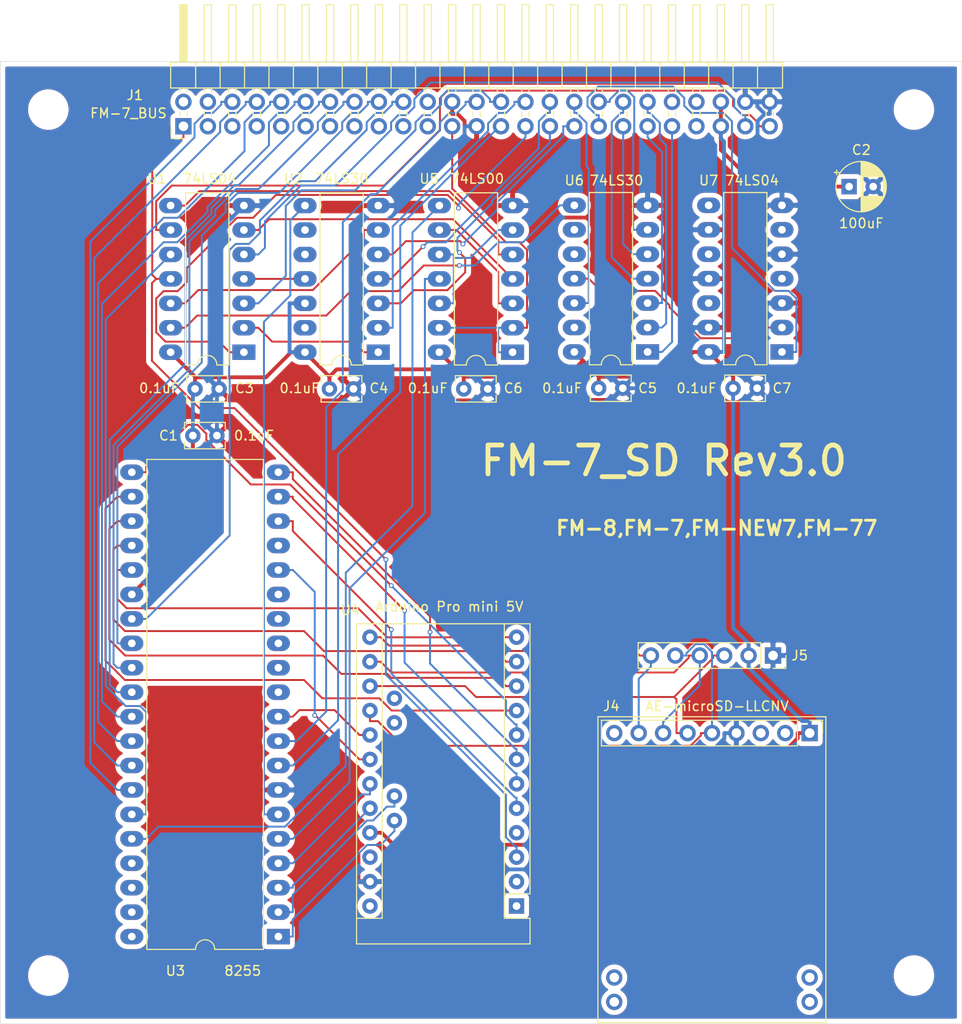
<source format=kicad_pcb>
(kicad_pcb (version 20171130) (host pcbnew "(5.1.9)-1")
  (layers (0 F.Cu signal) (31 B.Cu signal) (34 B.Paste user) (35 F.Paste user) (36 B.SilkS user hide) (37 F.SilkS user) (38 B.Mask user) (39 F.Mask user) (44 Edge.Cuts user))
  (net 0 "")
  (net 1 +5V)
  (net 2 GND)
  (net 3 "Net-(U3-Pad1)")
  (net 4 "Net-(U3-Pad2)")
  (net 5 "Net-(U3-Pad3)")
  (net 6 "Net-(U3-Pad4)")
  (net 7 "Net-(U3-Pad16)")
  (net 8 "Net-(U1-Pad2)")
  (net 9 "Net-(U1-Pad8)")
  (net 10 "Net-(U1-Pad12)")
  (net 11 "Net-(U1-Pad10)")
  (net 12 "Net-(U3-Pad21)")
  (net 13 "Net-(U3-Pad22)")
  (net 14 "Net-(U3-Pad23)")
  (net 15 "Net-(U3-Pad24)")
  (net 16 "Net-(U3-Pad25)")
  (net 17 "Net-(U3-Pad10)")
  (net 18 "Net-(U3-Pad18)")
  (net 19 "Net-(U3-Pad19)")
  (net 20 "Net-(U3-Pad20)")
  (net 21 "Net-(U1-Pad6)")
  (net 22 /SCK)
  (net 23 /MISO)
  (net 24 /MOSI)
  (net 25 /CS)
  (net 26 /AB0)
  (net 27 /AB2)
  (net 28 /AB4)
  (net 29 /AB6)
  (net 30 /DB0)
  (net 31 /DB2)
  (net 32 /DB4)
  (net 33 /DB6)
  (net 34 /EQ)
  (net 35 /ERW)
  (net 36 /AB1)
  (net 37 /AB3)
  (net 38 /AB5)
  (net 39 /AB7)
  (net 40 /DB1)
  (net 41 /DB3)
  (net 42 /DB5)
  (net 43 /DB7)
  (net 44 /EE)
  (net 45 /ERESET)
  (net 46 "Net-(U1-Pad4)")
  (net 47 "Net-(U3-Pad5)")
  (net 48 "Net-(U3-Pad36)")
  (net 49 "Net-(U5-Pad10)")
  (net 50 "Net-(U2-Pad8)")
  (net 51 "Net-(U5-Pad3)")
  (net 52 /AB8)
  (net 53 /AB9)
  (net 54 /AB10)
  (net 55 /AB11)
  (net 56 /AB12)
  (net 57 /AB13)
  (net 58 /AB14)
  (net 59 /AB15)
  (net 60 "Net-(U1-Pad13)")
  (net 61 "Net-(U6-Pad11)")
  (module MountingHole:MountingHole_3.2mm_M3 (layer F.Cu) (at 92.63 59.94)
    (fp_text reference MH4 hide)
    (fp_text value MountingHole_3.2mm_M3)
    (pad 1 np_thru_hole circle (at 0 0) (size 3.2 3.2) (drill 3.2) (layers *.Cu *.Mask))
  )
  (module MountingHole:MountingHole_3.2mm_M3 (layer F.Cu) (at 182.63 59.94)
    (fp_text reference MH3 hide)
    (fp_text value MountingHole_3.2mm_M3)
    (pad 1 np_thru_hole circle (at 0 0) (size 3.2 3.2) (drill 3.2) (layers *.Cu *.Mask))
  )
  (module MountingHole:MountingHole_3.2mm_M3 (layer F.Cu) (at 182.63 149.94)
    (fp_text reference MH2 hide)
    (fp_text value MountingHole_3.2mm_M3)
    (pad 1 np_thru_hole circle (at 0 0) (size 3.2 3.2) (drill 3.2) (layers *.Cu *.Mask))
  )
  (module MountingHole:MountingHole_3.2mm_M3 (layer F.Cu) (at 92.63 149.94)
    (fp_text reference MH1 hide)
    (fp_text value MountingHole_3.2mm_M3)
    (pad 1 np_thru_hole circle (at 0 0) (size 3.2 3.2) (drill 3.2) (layers *.Cu *.Mask))
  )
  (module Capacitor_THT:C_Rect_L4.0mm_W2.5mm_P2.50mm (layer F.Cu) (at 107.66 93.82)
    (fp_text reference C1 (at -2.54 0) (layer F.SilkS))
    (fp_text value 0.1uF)
    (pad 1 thru_hole circle (at 0 0) (size 1.6 1.6) (drill 0.8) (layers *.Cu *.Mask) (net 1 +5V))
    (pad 2 thru_hole circle (at 2.5 0) (size 1.6 1.6) (drill 0.8) (layers *.Cu *.Mask) (net 2 GND))
  )
  (module Capacitor_THT:CP_Radial_D5.0mm_P2.50mm (layer F.Cu) (at 175.895 67.945)
    (fp_text reference C2 (at 1.27 -3.81) (layer F.SilkS))
    (fp_text value 100uF)
    (pad 1 thru_hole rect (at 0 0) (size 1.6 1.6) (drill 0.8) (layers *.Cu *.Mask) (net 1 +5V))
    (pad 2 thru_hole circle (at 2.5 0) (size 1.6 1.6) (drill 0.8) (layers *.Cu *.Mask) (net 2 GND))
  )
  (module Capacitor_THT:C_Rect_L4.0mm_W2.5mm_P2.50mm (layer F.Cu) (at 107.885 88.965)
    (fp_text reference C3 (at 5.145 -0.065) (layer F.SilkS))
    (fp_text value 0.1uF)
    (pad 2 thru_hole circle (at 2.5 0) (size 1.6 1.6) (drill 0.8) (layers *.Cu *.Mask) (net 2 GND))
    (pad 1 thru_hole circle (at 0 0) (size 1.6 1.6) (drill 0.8) (layers *.Cu *.Mask) (net 1 +5V))
  )
  (module Capacitor_THT:C_Rect_L4.0mm_W2.5mm_P2.50mm (layer F.Cu) (at 121.855 88.965)
    (fp_text reference C4 (at 5.145 -0.065) (layer F.SilkS))
    (fp_text value 0.1uF)
    (pad 1 thru_hole circle (at 0 0) (size 1.6 1.6) (drill 0.8) (layers *.Cu *.Mask) (net 1 +5V))
    (pad 2 thru_hole circle (at 2.5 0) (size 1.6 1.6) (drill 0.8) (layers *.Cu *.Mask) (net 2 GND))
  )
  (module Capacitor_THT:C_Rect_L4.0mm_W2.5mm_P2.50mm (layer F.Cu) (at 135.825 88.965)
    (fp_text reference C6 (at 5.145 -0.065) (layer F.SilkS))
    (fp_text value 0.1uF)
    (pad 1 thru_hole circle (at 0 0) (size 1.6 1.6) (drill 0.8) (layers *.Cu *.Mask) (net 1 +5V))
    (pad 2 thru_hole circle (at 2.5 0) (size 1.6 1.6) (drill 0.8) (layers *.Cu *.Mask) (net 2 GND))
  )
  (module FM-7_SD:AE-microSD-LLCNV (layer F.Cu) (at 151.475 124.739 90)
    (fp_text reference J4 (at 2.799 -0.315) (layer F.SilkS))
    (fp_text value Micro_SD_Card_Kit)
    (fp_text user AE-microSD-LLCNV (at 2.799 10.685) (layer F.SilkS))
    (pad 1 thru_hole rect (at 0 20.32 270) (size 1.7 1.7) (drill 1) (layers *.Cu *.Mask) (net 1 +5V))
    (pad 2 thru_hole oval (at 0 17.78 270) (size 1.7 1.7) (drill 1) (layers *.Cu *.Mask))
    (pad 3 thru_hole oval (at 0 15.24 270) (size 1.7 1.7) (drill 1) (layers *.Cu *.Mask))
    (pad 4 thru_hole oval (at 0 12.7 270) (size 1.7 1.7) (drill 1) (layers *.Cu *.Mask) (net 2 GND))
    (pad 5 thru_hole oval (at 0 10.16 270) (size 1.7 1.7) (drill 1) (layers *.Cu *.Mask) (net 22 /SCK))
    (pad 6 thru_hole oval (at 0 7.62 270) (size 1.7 1.7) (drill 1) (layers *.Cu *.Mask) (net 23 /MISO))
    (pad 7 thru_hole oval (at 0 5.08 270) (size 1.7 1.7) (drill 1) (layers *.Cu *.Mask) (net 24 /MOSI))
    (pad 8 thru_hole oval (at 0 2.54 270) (size 1.7 1.7) (drill 1) (layers *.Cu *.Mask) (net 25 /CS))
    (pad 9 thru_hole oval (at 0 0 270) (size 1.7 1.7) (drill 1) (layers *.Cu *.Mask))
    (pad "" thru_hole oval (at -27.94 0 90) (size 1.7 1.7) (drill 1) (layers *.Cu *.Mask))
    (pad "" thru_hole oval (at -25.4 0 90) (size 1.7 1.7) (drill 1) (layers *.Cu *.Mask))
    (pad "" thru_hole oval (at -27.94 20.32 90) (size 1.7 1.7) (drill 1) (layers *.Cu *.Mask))
    (pad "" thru_hole oval (at -25.4 20.32 90) (size 1.7 1.7) (drill 1) (layers *.Cu *.Mask))
  )
  (module Connector_PinSocket_2.54mm:PinSocket_1x06_P2.54mm_Vertical (layer F.Cu) (at 167.985 116.68 270)
    (fp_text reference J5 (at 0 -2.77) (layer F.SilkS))
    (fp_text value "MicroSD Card Adapter")
    (pad 1 thru_hole rect (at 0 0 270) (size 1.7 1.7) (drill 1) (layers *.Cu *.Mask) (net 2 GND))
    (pad 2 thru_hole oval (at 0 2.54 270) (size 1.7 1.7) (drill 1) (layers *.Cu *.Mask) (net 1 +5V))
    (pad 3 thru_hole oval (at 0 5.08 270) (size 1.7 1.7) (drill 1) (layers *.Cu *.Mask) (net 23 /MISO))
    (pad 4 thru_hole oval (at 0 7.62 270) (size 1.7 1.7) (drill 1) (layers *.Cu *.Mask) (net 24 /MOSI))
    (pad 5 thru_hole oval (at 0 10.16 270) (size 1.7 1.7) (drill 1) (layers *.Cu *.Mask) (net 22 /SCK))
    (pad 6 thru_hole oval (at 0 12.7 270) (size 1.7 1.7) (drill 1) (layers *.Cu *.Mask) (net 25 /CS))
  )
  (module Package_DIP:DIP-14_W7.62mm_LongPads (layer F.Cu) (at 112.965 85.155 180)
    (fp_text reference U1 (at 9.065 18.025) (layer F.SilkS))
    (fp_text value 74LS04)
    (pad 1 thru_hole rect (at 0 0 180) (size 2.4 1.6) (drill 0.8) (layers *.Cu *.Mask) (net 37 /AB3))
    (pad 8 thru_hole oval (at 7.62 15.24 180) (size 2.4 1.6) (drill 0.8) (layers *.Cu *.Mask) (net 9 "Net-(U1-Pad8)"))
    (pad 2 thru_hole oval (at 0 2.54 180) (size 2.4 1.6) (drill 0.8) (layers *.Cu *.Mask) (net 8 "Net-(U1-Pad2)"))
    (pad 9 thru_hole oval (at 7.62 12.7 180) (size 2.4 1.6) (drill 0.8) (layers *.Cu *.Mask) (net 44 /EE))
    (pad 3 thru_hole oval (at 0 5.08 180) (size 2.4 1.6) (drill 0.8) (layers *.Cu *.Mask) (net 27 /AB2))
    (pad 10 thru_hole oval (at 7.62 10.16 180) (size 2.4 1.6) (drill 0.8) (layers *.Cu *.Mask) (net 11 "Net-(U1-Pad10)"))
    (pad 4 thru_hole oval (at 0 7.62 180) (size 2.4 1.6) (drill 0.8) (layers *.Cu *.Mask) (net 46 "Net-(U1-Pad4)"))
    (pad 11 thru_hole oval (at 7.62 7.62 180) (size 2.4 1.6) (drill 0.8) (layers *.Cu *.Mask) (net 45 /ERESET))
    (pad 5 thru_hole oval (at 0 10.16 180) (size 2.4 1.6) (drill 0.8) (layers *.Cu *.Mask) (net 34 /EQ))
    (pad 12 thru_hole oval (at 7.62 5.08 180) (size 2.4 1.6) (drill 0.8) (layers *.Cu *.Mask) (net 10 "Net-(U1-Pad12)"))
    (pad 6 thru_hole oval (at 0 12.7 180) (size 2.4 1.6) (drill 0.8) (layers *.Cu *.Mask) (net 21 "Net-(U1-Pad6)"))
    (pad 13 thru_hole oval (at 7.62 2.54 180) (size 2.4 1.6) (drill 0.8) (layers *.Cu *.Mask) (net 60 "Net-(U1-Pad13)"))
    (pad 7 thru_hole oval (at 0 15.24 180) (size 2.4 1.6) (drill 0.8) (layers *.Cu *.Mask) (net 2 GND))
    (pad 14 thru_hole oval (at 7.62 0 180) (size 2.4 1.6) (drill 0.8) (layers *.Cu *.Mask) (net 1 +5V))
  )
  (module Package_DIP:DIP-14_W7.62mm_LongPads (layer F.Cu) (at 126.935 85.155 180)
    (fp_text reference U2 (at 8.805 18.025) (layer F.SilkS))
    (fp_text value 74LS30)
    (pad 14 thru_hole oval (at 7.62 0 180) (size 2.4 1.6) (drill 0.8) (layers *.Cu *.Mask) (net 1 +5V))
    (pad 7 thru_hole oval (at 0 15.24 180) (size 2.4 1.6) (drill 0.8) (layers *.Cu *.Mask) (net 2 GND))
    (pad 13 thru_hole oval (at 7.62 2.54 180) (size 2.4 1.6) (drill 0.8) (layers *.Cu *.Mask))
    (pad 6 thru_hole oval (at 0 12.7 180) (size 2.4 1.6) (drill 0.8) (layers *.Cu *.Mask) (net 10 "Net-(U1-Pad12)"))
    (pad 12 thru_hole oval (at 7.62 5.08 180) (size 2.4 1.6) (drill 0.8) (layers *.Cu *.Mask) (net 1 +5V))
    (pad 5 thru_hole oval (at 0 10.16 180) (size 2.4 1.6) (drill 0.8) (layers *.Cu *.Mask) (net 39 /AB7))
    (pad 11 thru_hole oval (at 7.62 7.62 180) (size 2.4 1.6) (drill 0.8) (layers *.Cu *.Mask) (net 46 "Net-(U1-Pad4)"))
    (pad 4 thru_hole oval (at 0 7.62 180) (size 2.4 1.6) (drill 0.8) (layers *.Cu *.Mask) (net 29 /AB6))
    (pad 10 thru_hole oval (at 7.62 10.16 180) (size 2.4 1.6) (drill 0.8) (layers *.Cu *.Mask))
    (pad 3 thru_hole oval (at 0 5.08 180) (size 2.4 1.6) (drill 0.8) (layers *.Cu *.Mask) (net 38 /AB5))
    (pad 9 thru_hole oval (at 7.62 12.7 180) (size 2.4 1.6) (drill 0.8) (layers *.Cu *.Mask))
    (pad 2 thru_hole oval (at 0 2.54 180) (size 2.4 1.6) (drill 0.8) (layers *.Cu *.Mask) (net 28 /AB4))
    (pad 8 thru_hole oval (at 7.62 15.24 180) (size 2.4 1.6) (drill 0.8) (layers *.Cu *.Mask) (net 50 "Net-(U2-Pad8)"))
    (pad 1 thru_hole rect (at 0 0 180) (size 2.4 1.6) (drill 0.8) (layers *.Cu *.Mask) (net 8 "Net-(U1-Pad2)"))
  )
  (module Package_DIP:DIP-40_W15.24mm_LongPads (layer F.Cu) (at 116.55 145.89 180)
    (fp_text reference U3 (at 10.705 -3.56) (layer F.SilkS))
    (fp_text value 8255)
    (pad 1 thru_hole rect (at 0 0 180) (size 2.4 1.6) (drill 0.8) (layers *.Cu *.Mask) (net 3 "Net-(U3-Pad1)"))
    (pad 21 thru_hole oval (at 15.24 48.26 180) (size 2.4 1.6) (drill 0.8) (layers *.Cu *.Mask) (net 12 "Net-(U3-Pad21)"))
    (pad 2 thru_hole oval (at 0 2.54 180) (size 2.4 1.6) (drill 0.8) (layers *.Cu *.Mask) (net 4 "Net-(U3-Pad2)"))
    (pad 22 thru_hole oval (at 15.24 45.72 180) (size 2.4 1.6) (drill 0.8) (layers *.Cu *.Mask) (net 13 "Net-(U3-Pad22)"))
    (pad 3 thru_hole oval (at 0 5.08 180) (size 2.4 1.6) (drill 0.8) (layers *.Cu *.Mask) (net 5 "Net-(U3-Pad3)"))
    (pad 23 thru_hole oval (at 15.24 43.18 180) (size 2.4 1.6) (drill 0.8) (layers *.Cu *.Mask) (net 14 "Net-(U3-Pad23)"))
    (pad 4 thru_hole oval (at 0 7.62 180) (size 2.4 1.6) (drill 0.8) (layers *.Cu *.Mask) (net 6 "Net-(U3-Pad4)"))
    (pad 24 thru_hole oval (at 15.24 40.64 180) (size 2.4 1.6) (drill 0.8) (layers *.Cu *.Mask) (net 15 "Net-(U3-Pad24)"))
    (pad 5 thru_hole oval (at 0 10.16 180) (size 2.4 1.6) (drill 0.8) (layers *.Cu *.Mask) (net 47 "Net-(U3-Pad5)"))
    (pad 25 thru_hole oval (at 15.24 38.1 180) (size 2.4 1.6) (drill 0.8) (layers *.Cu *.Mask) (net 16 "Net-(U3-Pad25)"))
    (pad 6 thru_hole oval (at 0 12.7 180) (size 2.4 1.6) (drill 0.8) (layers *.Cu *.Mask) (net 50 "Net-(U2-Pad8)"))
    (pad 26 thru_hole oval (at 15.24 35.56 180) (size 2.4 1.6) (drill 0.8) (layers *.Cu *.Mask) (net 1 +5V))
    (pad 7 thru_hole oval (at 0 15.24 180) (size 2.4 1.6) (drill 0.8) (layers *.Cu *.Mask) (net 2 GND))
    (pad 27 thru_hole oval (at 15.24 33.02 180) (size 2.4 1.6) (drill 0.8) (layers *.Cu *.Mask) (net 43 /DB7))
    (pad 8 thru_hole oval (at 0 17.78 180) (size 2.4 1.6) (drill 0.8) (layers *.Cu *.Mask) (net 36 /AB1))
    (pad 28 thru_hole oval (at 15.24 30.48 180) (size 2.4 1.6) (drill 0.8) (layers *.Cu *.Mask) (net 33 /DB6))
    (pad 9 thru_hole oval (at 0 20.32 180) (size 2.4 1.6) (drill 0.8) (layers *.Cu *.Mask) (net 26 /AB0))
    (pad 29 thru_hole oval (at 15.24 27.94 180) (size 2.4 1.6) (drill 0.8) (layers *.Cu *.Mask) (net 42 /DB5))
    (pad 10 thru_hole oval (at 0 22.86 180) (size 2.4 1.6) (drill 0.8) (layers *.Cu *.Mask) (net 17 "Net-(U3-Pad10)"))
    (pad 30 thru_hole oval (at 15.24 25.4 180) (size 2.4 1.6) (drill 0.8) (layers *.Cu *.Mask) (net 32 /DB4))
    (pad 11 thru_hole oval (at 0 25.4 180) (size 2.4 1.6) (drill 0.8) (layers *.Cu *.Mask))
    (pad 31 thru_hole oval (at 15.24 22.86 180) (size 2.4 1.6) (drill 0.8) (layers *.Cu *.Mask) (net 41 /DB3))
    (pad 12 thru_hole oval (at 0 27.94 180) (size 2.4 1.6) (drill 0.8) (layers *.Cu *.Mask))
    (pad 32 thru_hole oval (at 15.24 20.32 180) (size 2.4 1.6) (drill 0.8) (layers *.Cu *.Mask) (net 31 /DB2))
    (pad 13 thru_hole oval (at 0 30.48 180) (size 2.4 1.6) (drill 0.8) (layers *.Cu *.Mask))
    (pad 33 thru_hole oval (at 15.24 17.78 180) (size 2.4 1.6) (drill 0.8) (layers *.Cu *.Mask) (net 40 /DB1))
    (pad 14 thru_hole oval (at 0 33.02 180) (size 2.4 1.6) (drill 0.8) (layers *.Cu *.Mask))
    (pad 34 thru_hole oval (at 15.24 15.24 180) (size 2.4 1.6) (drill 0.8) (layers *.Cu *.Mask) (net 30 /DB0))
    (pad 15 thru_hole oval (at 0 35.56 180) (size 2.4 1.6) (drill 0.8) (layers *.Cu *.Mask))
    (pad 35 thru_hole oval (at 15.24 12.7 180) (size 2.4 1.6) (drill 0.8) (layers *.Cu *.Mask) (net 11 "Net-(U1-Pad10)"))
    (pad 16 thru_hole oval (at 0 38.1 180) (size 2.4 1.6) (drill 0.8) (layers *.Cu *.Mask) (net 7 "Net-(U3-Pad16)"))
    (pad 36 thru_hole oval (at 15.24 10.16 180) (size 2.4 1.6) (drill 0.8) (layers *.Cu *.Mask) (net 48 "Net-(U3-Pad36)"))
    (pad 17 thru_hole oval (at 0 40.64 180) (size 2.4 1.6) (drill 0.8) (layers *.Cu *.Mask))
    (pad 37 thru_hole oval (at 15.24 7.62 180) (size 2.4 1.6) (drill 0.8) (layers *.Cu *.Mask))
    (pad 18 thru_hole oval (at 0 43.18 180) (size 2.4 1.6) (drill 0.8) (layers *.Cu *.Mask) (net 18 "Net-(U3-Pad18)"))
    (pad 38 thru_hole oval (at 15.24 5.08 180) (size 2.4 1.6) (drill 0.8) (layers *.Cu *.Mask))
    (pad 19 thru_hole oval (at 0 45.72 180) (size 2.4 1.6) (drill 0.8) (layers *.Cu *.Mask) (net 19 "Net-(U3-Pad19)"))
    (pad 39 thru_hole oval (at 15.24 2.54 180) (size 2.4 1.6) (drill 0.8) (layers *.Cu *.Mask))
    (pad 20 thru_hole oval (at 0 48.26 180) (size 2.4 1.6) (drill 0.8) (layers *.Cu *.Mask) (net 20 "Net-(U3-Pad20)"))
    (pad 40 thru_hole oval (at 15.24 0 180) (size 2.4 1.6) (drill 0.8) (layers *.Cu *.Mask))
  )
  (module FM-7_SD:Arduino_Pro_Mini (layer F.Cu) (at 141.315 142.715 180)
    (fp_text reference U4 (at 17.265 30.775) (layer F.SilkS))
    (fp_text value Arduino_Pro_Mini_5V)
    (pad 1 thru_hole rect (at 0 0 180) (size 1.6 1.6) (drill 0.8) (layers *.Cu *.Mask))
    (pad 2 thru_hole oval (at 0 2.54 180) (size 1.6 1.6) (drill 0.8) (layers *.Cu *.Mask))
    (pad 3 thru_hole oval (at 0 5.08 180) (size 1.6 1.6) (drill 0.8) (layers *.Cu *.Mask) (net 45 /ERESET))
    (pad 13 thru_hole oval (at 15.24 27.94 180) (size 1.6 1.6) (drill 0.8) (layers *.Cu *.Mask) (net 25 /CS))
    (pad 4 thru_hole oval (at 0 7.62 180) (size 1.6 1.6) (drill 0.8) (layers *.Cu *.Mask))
    (pad 14 thru_hole oval (at 15.24 25.4 180) (size 1.6 1.6) (drill 0.8) (layers *.Cu *.Mask) (net 24 /MOSI))
    (pad 5 thru_hole oval (at 0 10.16 180) (size 1.6 1.6) (drill 0.8) (layers *.Cu *.Mask) (net 18 "Net-(U3-Pad18)"))
    (pad 15 thru_hole oval (at 15.24 22.86 180) (size 1.6 1.6) (drill 0.8) (layers *.Cu *.Mask) (net 23 /MISO))
    (pad 6 thru_hole oval (at 0 12.7 180) (size 1.6 1.6) (drill 0.8) (layers *.Cu *.Mask) (net 19 "Net-(U3-Pad19)"))
    (pad 16 thru_hole oval (at 15.24 20.32 180) (size 1.6 1.6) (drill 0.8) (layers *.Cu *.Mask) (net 22 /SCK))
    (pad 7 thru_hole oval (at 0 15.24 180) (size 1.6 1.6) (drill 0.8) (layers *.Cu *.Mask) (net 20 "Net-(U3-Pad20)"))
    (pad 17 thru_hole oval (at 15.24 17.78 180) (size 1.6 1.6) (drill 0.8) (layers *.Cu *.Mask) (net 17 "Net-(U3-Pad10)"))
    (pad 8 thru_hole oval (at 0 17.78 180) (size 1.6 1.6) (drill 0.8) (layers *.Cu *.Mask) (net 12 "Net-(U3-Pad21)"))
    (pad 18 thru_hole oval (at 15.24 15.24 180) (size 1.6 1.6) (drill 0.8) (layers *.Cu *.Mask) (net 7 "Net-(U3-Pad16)"))
    (pad 9 thru_hole oval (at 0 20.32 180) (size 1.6 1.6) (drill 0.8) (layers *.Cu *.Mask) (net 13 "Net-(U3-Pad22)"))
    (pad 19 thru_hole oval (at 15.24 12.7 180) (size 1.6 1.6) (drill 0.8) (layers *.Cu *.Mask) (net 6 "Net-(U3-Pad4)"))
    (pad 10 thru_hole oval (at 0 22.86 180) (size 1.6 1.6) (drill 0.8) (layers *.Cu *.Mask) (net 14 "Net-(U3-Pad23)"))
    (pad 20 thru_hole oval (at 15.24 10.16 180) (size 1.6 1.6) (drill 0.8) (layers *.Cu *.Mask) (net 5 "Net-(U3-Pad3)"))
    (pad 11 thru_hole oval (at 0 25.4 180) (size 1.6 1.6) (drill 0.8) (layers *.Cu *.Mask) (net 15 "Net-(U3-Pad24)"))
    (pad 21 thru_hole oval (at 15.24 7.62 180) (size 1.6 1.6) (drill 0.8) (layers *.Cu *.Mask) (net 1 +5V))
    (pad 12 thru_hole oval (at 0 27.94 180) (size 1.6 1.6) (drill 0.8) (layers *.Cu *.Mask) (net 16 "Net-(U3-Pad25)"))
    (pad 22 thru_hole oval (at 15.24 5.08 180) (size 1.6 1.6) (drill 0.8) (layers *.Cu *.Mask))
    (pad 23 thru_hole oval (at 15.24 2.54 180) (size 1.6 1.6) (drill 0.8) (layers *.Cu *.Mask) (net 2 GND))
    (pad 24 thru_hole oval (at 15.24 0 180) (size 1.6 1.6) (drill 0.8) (layers *.Cu *.Mask))
    (pad A5 thru_hole oval (at 12.7 8.89 180) (size 1.6 1.6) (drill 0.8) (layers *.Cu *.Mask) (net 3 "Net-(U3-Pad1)"))
    (pad A4 thru_hole oval (at 12.7 11.43 180) (size 1.6 1.6) (drill 0.8) (layers *.Cu *.Mask) (net 4 "Net-(U3-Pad2)"))
    (pad A7 thru_hole oval (at 12.7 19.05 180) (size 1.6 1.6) (drill 0.8) (layers *.Cu *.Mask))
    (pad A6 thru_hole oval (at 12.7 21.59 180) (size 1.6 1.6) (drill 0.8) (layers *.Cu *.Mask))
  )
  (module Package_DIP:DIP-14_W7.62mm_LongPads (layer F.Cu) (at 140.905 85.155 180)
    (fp_text reference U5 (at 8.68 18.025) (layer F.SilkS))
    (fp_text value 74LS00)
    (pad 14 thru_hole oval (at 7.62 0 180) (size 2.4 1.6) (drill 0.8) (layers *.Cu *.Mask) (net 1 +5V))
    (pad 7 thru_hole oval (at 0 15.24 180) (size 2.4 1.6) (drill 0.8) (layers *.Cu *.Mask) (net 2 GND))
    (pad 13 thru_hole oval (at 7.62 2.54 180) (size 2.4 1.6) (drill 0.8) (layers *.Cu *.Mask) (net 35 /ERW))
    (pad 6 thru_hole oval (at 0 12.7 180) (size 2.4 1.6) (drill 0.8) (layers *.Cu *.Mask) (net 49 "Net-(U5-Pad10)"))
    (pad 12 thru_hole oval (at 7.62 5.08 180) (size 2.4 1.6) (drill 0.8) (layers *.Cu *.Mask) (net 49 "Net-(U5-Pad10)"))
    (pad 5 thru_hole oval (at 0 10.16 180) (size 2.4 1.6) (drill 0.8) (layers *.Cu *.Mask) (net 9 "Net-(U1-Pad8)"))
    (pad 11 thru_hole oval (at 7.62 7.62 180) (size 2.4 1.6) (drill 0.8) (layers *.Cu *.Mask) (net 47 "Net-(U3-Pad5)"))
    (pad 4 thru_hole oval (at 0 7.62 180) (size 2.4 1.6) (drill 0.8) (layers *.Cu *.Mask) (net 21 "Net-(U1-Pad6)"))
    (pad 10 thru_hole oval (at 7.62 10.16 180) (size 2.4 1.6) (drill 0.8) (layers *.Cu *.Mask) (net 49 "Net-(U5-Pad10)"))
    (pad 3 thru_hole oval (at 0 5.08 180) (size 2.4 1.6) (drill 0.8) (layers *.Cu *.Mask) (net 51 "Net-(U5-Pad3)"))
    (pad 9 thru_hole oval (at 7.62 12.7 180) (size 2.4 1.6) (drill 0.8) (layers *.Cu *.Mask) (net 51 "Net-(U5-Pad3)"))
    (pad 2 thru_hole oval (at 0 2.54 180) (size 2.4 1.6) (drill 0.8) (layers *.Cu *.Mask) (net 35 /ERW))
    (pad 8 thru_hole oval (at 7.62 15.24 180) (size 2.4 1.6) (drill 0.8) (layers *.Cu *.Mask) (net 48 "Net-(U3-Pad36)"))
    (pad 1 thru_hole rect (at 0 0 180) (size 2.4 1.6) (drill 0.8) (layers *.Cu *.Mask) (net 35 /ERW))
  )
  (module Connector_PinHeader_2.54mm:PinHeader_2x25_P2.54mm_Horizontal (layer F.Cu) (at 106.68 61.675 90)
    (fp_text reference J1 (at 3.235 -5.05) (layer F.SilkS))
    (fp_text value FM-7_BUS)
    (pad 1 thru_hole rect (at 0 0 90) (size 1.7 1.7) (drill 1) (layers *.Cu *.Mask) (net 45 /ERESET))
    (pad 2 thru_hole oval (at 2.54 0 90) (size 1.7 1.7) (drill 1) (layers *.Cu *.Mask))
    (pad 3 thru_hole oval (at 0 2.54 90) (size 1.7 1.7) (drill 1) (layers *.Cu *.Mask))
    (pad 4 thru_hole oval (at 2.54 2.54 90) (size 1.7 1.7) (drill 1) (layers *.Cu *.Mask))
    (pad 5 thru_hole oval (at 0 5.08 90) (size 1.7 1.7) (drill 1) (layers *.Cu *.Mask))
    (pad 6 thru_hole oval (at 2.54 5.08 90) (size 1.7 1.7) (drill 1) (layers *.Cu *.Mask) (net 30 /DB0))
    (pad 7 thru_hole oval (at 0 7.62 90) (size 1.7 1.7) (drill 1) (layers *.Cu *.Mask))
    (pad 8 thru_hole oval (at 2.54 7.62 90) (size 1.7 1.7) (drill 1) (layers *.Cu *.Mask) (net 40 /DB1))
    (pad 9 thru_hole oval (at 0 10.16 90) (size 1.7 1.7) (drill 1) (layers *.Cu *.Mask))
    (pad 10 thru_hole oval (at 2.54 10.16 90) (size 1.7 1.7) (drill 1) (layers *.Cu *.Mask) (net 31 /DB2))
    (pad 11 thru_hole oval (at 0 12.7 90) (size 1.7 1.7) (drill 1) (layers *.Cu *.Mask))
    (pad 12 thru_hole oval (at 2.54 12.7 90) (size 1.7 1.7) (drill 1) (layers *.Cu *.Mask) (net 41 /DB3))
    (pad 13 thru_hole oval (at 0 15.24 90) (size 1.7 1.7) (drill 1) (layers *.Cu *.Mask))
    (pad 14 thru_hole oval (at 2.54 15.24 90) (size 1.7 1.7) (drill 1) (layers *.Cu *.Mask) (net 32 /DB4))
    (pad 15 thru_hole oval (at 0 17.78 90) (size 1.7 1.7) (drill 1) (layers *.Cu *.Mask))
    (pad 16 thru_hole oval (at 2.54 17.78 90) (size 1.7 1.7) (drill 1) (layers *.Cu *.Mask) (net 42 /DB5))
    (pad 17 thru_hole oval (at 0 20.32 90) (size 1.7 1.7) (drill 1) (layers *.Cu *.Mask))
    (pad 18 thru_hole oval (at 2.54 20.32 90) (size 1.7 1.7) (drill 1) (layers *.Cu *.Mask) (net 33 /DB6))
    (pad 19 thru_hole oval (at 0 22.86 90) (size 1.7 1.7) (drill 1) (layers *.Cu *.Mask))
    (pad 20 thru_hole oval (at 2.54 22.86 90) (size 1.7 1.7) (drill 1) (layers *.Cu *.Mask) (net 43 /DB7))
    (pad 21 thru_hole oval (at 0 25.4 90) (size 1.7 1.7) (drill 1) (layers *.Cu *.Mask))
    (pad 22 thru_hole oval (at 2.54 25.4 90) (size 1.7 1.7) (drill 1) (layers *.Cu *.Mask))
    (pad 23 thru_hole oval (at 0 27.94 90) (size 1.7 1.7) (drill 1) (layers *.Cu *.Mask) (net 35 /ERW))
    (pad 24 thru_hole oval (at 2.54 27.94 90) (size 1.7 1.7) (drill 1) (layers *.Cu *.Mask) (net 2 GND))
    (pad 25 thru_hole oval (at 0 30.48 90) (size 1.7 1.7) (drill 1) (layers *.Cu *.Mask) (net 2 GND))
    (pad 26 thru_hole oval (at 2.54 30.48 90) (size 1.7 1.7) (drill 1) (layers *.Cu *.Mask) (net 26 /AB0))
    (pad 27 thru_hole oval (at 0 33.02 90) (size 1.7 1.7) (drill 1) (layers *.Cu *.Mask) (net 36 /AB1))
    (pad 28 thru_hole oval (at 2.54 33.02 90) (size 1.7 1.7) (drill 1) (layers *.Cu *.Mask) (net 27 /AB2))
    (pad 29 thru_hole oval (at 0 35.56 90) (size 1.7 1.7) (drill 1) (layers *.Cu *.Mask) (net 37 /AB3))
    (pad 30 thru_hole oval (at 2.54 35.56 90) (size 1.7 1.7) (drill 1) (layers *.Cu *.Mask) (net 28 /AB4))
    (pad 31 thru_hole oval (at 0 38.1 90) (size 1.7 1.7) (drill 1) (layers *.Cu *.Mask) (net 38 /AB5))
    (pad 32 thru_hole oval (at 2.54 38.1 90) (size 1.7 1.7) (drill 1) (layers *.Cu *.Mask) (net 29 /AB6))
    (pad 33 thru_hole oval (at 0 40.64 90) (size 1.7 1.7) (drill 1) (layers *.Cu *.Mask) (net 39 /AB7))
    (pad 34 thru_hole oval (at 2.54 40.64 90) (size 1.7 1.7) (drill 1) (layers *.Cu *.Mask) (net 52 /AB8))
    (pad 35 thru_hole oval (at 0 43.18 90) (size 1.7 1.7) (drill 1) (layers *.Cu *.Mask) (net 53 /AB9))
    (pad 36 thru_hole oval (at 2.54 43.18 90) (size 1.7 1.7) (drill 1) (layers *.Cu *.Mask) (net 54 /AB10))
    (pad 37 thru_hole oval (at 0 45.72 90) (size 1.7 1.7) (drill 1) (layers *.Cu *.Mask) (net 55 /AB11))
    (pad 38 thru_hole oval (at 2.54 45.72 90) (size 1.7 1.7) (drill 1) (layers *.Cu *.Mask) (net 56 /AB12))
    (pad 39 thru_hole oval (at 0 48.26 90) (size 1.7 1.7) (drill 1) (layers *.Cu *.Mask) (net 57 /AB13))
    (pad 40 thru_hole oval (at 2.54 48.26 90) (size 1.7 1.7) (drill 1) (layers *.Cu *.Mask) (net 58 /AB14))
    (pad 41 thru_hole oval (at 0 50.8 90) (size 1.7 1.7) (drill 1) (layers *.Cu *.Mask) (net 59 /AB15))
    (pad 42 thru_hole oval (at 2.54 50.8 90) (size 1.7 1.7) (drill 1) (layers *.Cu *.Mask))
    (pad 43 thru_hole oval (at 0 53.34 90) (size 1.7 1.7) (drill 1) (layers *.Cu *.Mask))
    (pad 44 thru_hole oval (at 2.54 53.34 90) (size 1.7 1.7) (drill 1) (layers *.Cu *.Mask))
    (pad 45 thru_hole oval (at 0 55.88 90) (size 1.7 1.7) (drill 1) (layers *.Cu *.Mask) (net 1 +5V))
    (pad 46 thru_hole oval (at 2.54 55.88 90) (size 1.7 1.7) (drill 1) (layers *.Cu *.Mask) (net 1 +5V))
    (pad 47 thru_hole oval (at 0 58.42 90) (size 1.7 1.7) (drill 1) (layers *.Cu *.Mask) (net 34 /EQ))
    (pad 48 thru_hole oval (at 2.54 58.42 90) (size 1.7 1.7) (drill 1) (layers *.Cu *.Mask) (net 2 GND))
    (pad 49 thru_hole oval (at 0 60.96 90) (size 1.7 1.7) (drill 1) (layers *.Cu *.Mask) (net 44 /EE))
    (pad 50 thru_hole oval (at 2.54 60.96 90) (size 1.7 1.7) (drill 1) (layers *.Cu *.Mask) (net 2 GND))
  )
  (module Capacitor_THT:C_Rect_L4.0mm_W2.5mm_P2.50mm (layer F.Cu) (at 149.86 88.9)
    (fp_text reference C5 (at 5.08 0) (layer F.SilkS))
    (fp_text value 0.1uF)
    (pad 1 thru_hole circle (at 0 0) (size 1.6 1.6) (drill 0.8) (layers *.Cu *.Mask) (net 1 +5V))
    (pad 2 thru_hole circle (at 2.5 0) (size 1.6 1.6) (drill 0.8) (layers *.Cu *.Mask) (net 2 GND))
  )
  (module Capacitor_THT:C_Rect_L4.0mm_W2.5mm_P2.50mm (layer F.Cu) (at 163.83 88.9)
    (fp_text reference C7 (at 5.08 0) (layer F.SilkS))
    (fp_text value 0.1uF)
    (pad 2 thru_hole circle (at 2.5 0) (size 1.6 1.6) (drill 0.8) (layers *.Cu *.Mask) (net 2 GND))
    (pad 1 thru_hole circle (at 0 0) (size 1.6 1.6) (drill 0.8) (layers *.Cu *.Mask) (net 1 +5V))
  )
  (module Package_DIP:DIP-14_W7.62mm_LongPads (layer F.Cu) (at 154.94 85.13 180)
    (fp_text reference U6 (at 7.62 17.82) (layer F.SilkS))
    (fp_text value 74LS30)
    (pad 14 thru_hole oval (at 7.62 0 180) (size 2.4 1.6) (drill 0.8) (layers *.Cu *.Mask) (net 1 +5V))
    (pad 7 thru_hole oval (at 0 15.24 180) (size 2.4 1.6) (drill 0.8) (layers *.Cu *.Mask) (net 2 GND))
    (pad 13 thru_hole oval (at 7.62 2.54 180) (size 2.4 1.6) (drill 0.8) (layers *.Cu *.Mask))
    (pad 6 thru_hole oval (at 0 12.7 180) (size 2.4 1.6) (drill 0.8) (layers *.Cu *.Mask) (net 54 /AB10))
    (pad 12 thru_hole oval (at 7.62 5.08 180) (size 2.4 1.6) (drill 0.8) (layers *.Cu *.Mask) (net 52 /AB8))
    (pad 5 thru_hole oval (at 0 10.16 180) (size 2.4 1.6) (drill 0.8) (layers *.Cu *.Mask) (net 55 /AB11))
    (pad 11 thru_hole oval (at 7.62 7.62 180) (size 2.4 1.6) (drill 0.8) (layers *.Cu *.Mask) (net 61 "Net-(U6-Pad11)"))
    (pad 4 thru_hole oval (at 0 7.62 180) (size 2.4 1.6) (drill 0.8) (layers *.Cu *.Mask) (net 56 /AB12))
    (pad 10 thru_hole oval (at 7.62 10.16 180) (size 2.4 1.6) (drill 0.8) (layers *.Cu *.Mask))
    (pad 3 thru_hole oval (at 0 5.08 180) (size 2.4 1.6) (drill 0.8) (layers *.Cu *.Mask) (net 57 /AB13))
    (pad 9 thru_hole oval (at 7.62 12.7 180) (size 2.4 1.6) (drill 0.8) (layers *.Cu *.Mask))
    (pad 2 thru_hole oval (at 0 2.54 180) (size 2.4 1.6) (drill 0.8) (layers *.Cu *.Mask) (net 58 /AB14))
    (pad 8 thru_hole oval (at 7.62 15.24 180) (size 2.4 1.6) (drill 0.8) (layers *.Cu *.Mask) (net 60 "Net-(U1-Pad13)"))
    (pad 1 thru_hole rect (at 0 0 180) (size 2.4 1.6) (drill 0.8) (layers *.Cu *.Mask) (net 59 /AB15))
  )
  (module Package_DIP:DIP-14_W7.62mm_LongPads (layer F.Cu) (at 168.91 85.13 180)
    (fp_text reference U7 (at 7.62 17.82) (layer F.SilkS))
    (fp_text value 74LS04)
    (pad 1 thru_hole rect (at 0 0 180) (size 2.4 1.6) (drill 0.8) (layers *.Cu *.Mask) (net 53 /AB9))
    (pad 8 thru_hole oval (at 7.62 15.24 180) (size 2.4 1.6) (drill 0.8) (layers *.Cu *.Mask))
    (pad 2 thru_hole oval (at 0 2.54 180) (size 2.4 1.6) (drill 0.8) (layers *.Cu *.Mask) (net 61 "Net-(U6-Pad11)"))
    (pad 9 thru_hole oval (at 7.62 12.7 180) (size 2.4 1.6) (drill 0.8) (layers *.Cu *.Mask) (net 2 GND))
    (pad 3 thru_hole oval (at 0 5.08 180) (size 2.4 1.6) (drill 0.8) (layers *.Cu *.Mask) (net 2 GND))
    (pad 10 thru_hole oval (at 7.62 10.16 180) (size 2.4 1.6) (drill 0.8) (layers *.Cu *.Mask))
    (pad 4 thru_hole oval (at 0 7.62 180) (size 2.4 1.6) (drill 0.8) (layers *.Cu *.Mask))
    (pad 11 thru_hole oval (at 7.62 7.62 180) (size 2.4 1.6) (drill 0.8) (layers *.Cu *.Mask) (net 2 GND))
    (pad 5 thru_hole oval (at 0 10.16 180) (size 2.4 1.6) (drill 0.8) (layers *.Cu *.Mask) (net 2 GND))
    (pad 12 thru_hole oval (at 7.62 5.08 180) (size 2.4 1.6) (drill 0.8) (layers *.Cu *.Mask))
    (pad 6 thru_hole oval (at 0 12.7 180) (size 2.4 1.6) (drill 0.8) (layers *.Cu *.Mask))
    (pad 13 thru_hole oval (at 7.62 2.54 180) (size 2.4 1.6) (drill 0.8) (layers *.Cu *.Mask) (net 2 GND))
    (pad 7 thru_hole oval (at 0 15.24 180) (size 2.4 1.6) (drill 0.8) (layers *.Cu *.Mask) (net 2 GND))
    (pad 14 thru_hole oval (at 7.62 0 180) (size 2.4 1.6) (drill 0.8) (layers *.Cu *.Mask) (net 1 +5V))
  )
  (gr_text FM-8,FM-7,FM-NEW7,FM-77 (at 162.13 103.44) (layer F.SilkS) (effects (font (size 1.5 1.5) (thickness 0.3))))
  (gr_text 74LS04 (at 165.8 67.31) (layer F.SilkS) (effects (font (size 1 1))))
  (gr_text 74LS30 (at 151.705 67.31) (layer F.SilkS) (effects (font (size 1 1))))
  (gr_text 0.1uF (at 160.02 88.9) (layer F.SilkS) (effects (font (size 1 1))))
  (gr_text 0.1uF (at 146.05 88.9) (layer F.SilkS) (effects (font (size 1 1))))
  (gr_line (start 187.63 154.94) (end 187.63 54.94) (layer Edge.Cuts) (width 0.05))
  (gr_line (start 87.63 54.94) (end 87.63 154.94) (layer Edge.Cuts) (width 0.05))
  (gr_line (start 187.63 54.94) (end 87.63 54.94) (layer Edge.Cuts) (width 0.05))
  (gr_line (start 87.63 154.94) (end 187.63 154.94) (layer Edge.Cuts) (width 0.05))
  (gr_text "FM-7_SD Rev3.0" (at 156.63 96.44) (layer F.SilkS) (effects (font (size 3 3) (thickness 0.5))))
  (gr_text FM-7_BUS (at 100.965 60.325) (layer F.SilkS) (effects (font (size 1 1))))
  (gr_text "Arduino Pro mini 5V" (at 134.33 111.6) (layer F.SilkS) (effects (font (size 1 1))))
  (gr_text 8255 (at 112.845 149.45) (layer F.SilkS) (effects (font (size 1 1))))
  (gr_text 100uF (at 177.165 71.755) (layer F.SilkS) (effects (font (size 1 1))))
  (gr_text 0.1uF (at 114.01 93.82) (layer F.SilkS) (effects (font (size 1 1))))
  (gr_text 74LS04 (at 109.4 67.13) (layer F.SilkS) (effects (font (size 1 1))))
  (gr_text 0.1uF (at 104.14 88.9) (layer F.SilkS) (effects (font (size 1 1))))
  (gr_text 74LS30 (at 123.13 67.13) (layer F.SilkS) (effects (font (size 1 1))))
  (gr_text 0.1uF (at 118.745 88.9) (layer F.SilkS) (effects (font (size 1 1))))
  (gr_text 74LS00 (at 137.225 67.13) (layer F.SilkS) (effects (font (size 1 1))))
  (gr_text 0.1uF (at 132.08 88.9) (layer F.SilkS) (effects (font (size 1 1))))
  (segment (start 165.445 116.68) (end 165.445 115.4297) (width 0.4) (layer B.Cu) (net 1))
  (segment (start 163.83 88.9) (end 163.83 113.8147) (width 0.4) (layer B.Cu) (net 1))
  (segment (start 163.83 113.8147) (end 165.445 115.4297) (width 0.4) (layer B.Cu) (net 1))
  (segment (start 148.2201 86.0301) (end 147.32 85.13) (width 0.4) (layer F.Cu) (net 1))
  (segment (start 149.86 87.6996) (end 149.86 87.67) (width 0.4) (layer F.Cu) (net 1))
  (segment (start 149.86 87.67) (end 148.2201 86.0301) (width 0.4) (layer F.Cu) (net 1))
  (segment (start 135.825 87.6996) (end 146.5506 87.6996) (width 0.4) (layer F.Cu) (net 1))
  (segment (start 146.5506 87.6996) (end 148.2201 86.0301) (width 0.4) (layer F.Cu) (net 1))
  (segment (start 135.825 87.6996) (end 135.825 87.695) (width 0.4) (layer F.Cu) (net 1))
  (segment (start 135.825 87.695) (end 135.0051 86.875) (width 0.4) (layer F.Cu) (net 1))
  (segment (start 135.825 88.965) (end 135.825 87.6996) (width 0.4) (layer F.Cu) (net 1))
  (segment (start 121.855 87.695) (end 119.315 85.155) (width 0.4) (layer F.Cu) (net 1))
  (segment (start 121.855 88.965) (end 121.855 87.695) (width 0.4) (layer F.Cu) (net 1))
  (segment (start 135.0051 86.875) (end 134.9432 86.9369) (width 0.4) (layer F.Cu) (net 1))
  (segment (start 134.9432 86.9369) (end 122.6131 86.9369) (width 0.4) (layer F.Cu) (net 1))
  (segment (start 122.6131 86.9369) (end 121.855 87.695) (width 0.4) (layer F.Cu) (net 1))
  (segment (start 135.0051 86.875) (end 133.285 85.155) (width 0.4) (layer F.Cu) (net 1))
  (segment (start 107.885 88.965) (end 107.66 89.19) (width 0.4) (layer B.Cu) (net 1))
  (segment (start 107.66 89.19) (end 107.66 93.82) (width 0.4) (layer B.Cu) (net 1))
  (segment (start 126.075 135.095) (end 127.2753 135.095) (width 0.4) (layer F.Cu) (net 1))
  (segment (start 171.795 124.739) (end 170.5447 124.739) (width 0.4) (layer F.Cu) (net 1))
  (segment (start 170.5447 124.739) (end 170.5447 125.286) (width 0.4) (layer F.Cu) (net 1))
  (segment (start 170.5447 125.286) (end 159.4798 136.3509) (width 0.4) (layer F.Cu) (net 1))
  (segment (start 159.4798 136.3509) (end 128.5312 136.3509) (width 0.4) (layer F.Cu) (net 1))
  (segment (start 128.5312 136.3509) (end 127.2753 135.095) (width 0.4) (layer F.Cu) (net 1))
  (segment (start 162.56 62.9253) (end 162.8903 63.2556) (width 0.4) (layer B.Cu) (net 1))
  (segment (start 162.8903 63.2556) (end 162.8903 85.13) (width 0.4) (layer B.Cu) (net 1))
  (segment (start 161.29 85.13) (end 159.6897 85.13) (width 0.4) (layer F.Cu) (net 1))
  (segment (start 149.86 87.6996) (end 157.1201 87.6996) (width 0.4) (layer F.Cu) (net 1))
  (segment (start 157.1201 87.6996) (end 159.6897 85.13) (width 0.4) (layer F.Cu) (net 1))
  (segment (start 149.86 88.9) (end 149.86 87.6996) (width 0.4) (layer F.Cu) (net 1))
  (segment (start 171.795 124.739) (end 171.795 123.4887) (width 0.4) (layer B.Cu) (net 1))
  (segment (start 165.445 116.68) (end 165.445 117.9303) (width 0.4) (layer B.Cu) (net 1))
  (segment (start 165.445 117.9303) (end 171.0034 123.4887) (width 0.4) (layer B.Cu) (net 1))
  (segment (start 171.0034 123.4887) (end 171.795 123.4887) (width 0.4) (layer B.Cu) (net 1))
  (segment (start 119.315 85.155) (end 117.7147 85.155) (width 0.4) (layer B.Cu) (net 1))
  (segment (start 119.315 80.075) (end 117.7147 80.075) (width 0.4) (layer B.Cu) (net 1))
  (segment (start 117.7147 80.075) (end 117.7147 85.155) (width 0.4) (layer B.Cu) (net 1))
  (segment (start 161.29 85.13) (end 162.8903 85.13) (width 0.4) (layer B.Cu) (net 1))
  (segment (start 162.56 61.675) (end 162.56 62.9253) (width 0.4) (layer B.Cu) (net 1))
  (segment (start 163.83 88.9) (end 163.83 87.67) (width 0.4) (layer F.Cu) (net 1))
  (segment (start 163.83 87.67) (end 161.29 85.13) (width 0.4) (layer F.Cu) (net 1))
  (segment (start 117.8648 85.155) (end 115.2552 87.7646) (width 0.4) (layer F.Cu) (net 1))
  (segment (start 115.2552 87.7646) (end 107.885 87.7646) (width 0.4) (layer F.Cu) (net 1))
  (segment (start 119.315 85.155) (end 117.8648 85.155) (width 0.4) (layer F.Cu) (net 1))
  (segment (start 107.885 87.7646) (end 107.885 87.695) (width 0.4) (layer F.Cu) (net 1))
  (segment (start 107.885 87.695) (end 105.345 85.155) (width 0.4) (layer F.Cu) (net 1))
  (segment (start 107.885 88.965) (end 107.885 87.7646) (width 0.4) (layer F.Cu) (net 1))
  (segment (start 107.66 93.82) (end 107.66 103.98) (width 0.4) (layer F.Cu) (net 1))
  (segment (start 107.66 103.98) (end 101.31 110.33) (width 0.4) (layer F.Cu) (net 1))
  (segment (start 162.56 61.675) (end 162.56 64.135) (width 0.4) (layer F.Cu) (net 1))
  (segment (start 162.56 64.135) (end 166.37 67.945) (width 0.4) (layer F.Cu) (net 1))
  (segment (start 166.37 67.945) (end 175.895 67.945) (width 0.4) (layer F.Cu) (net 1))
  (segment (start 162.56 61.675) (end 162.56 59.135) (width 0.4) (layer F.Cu) (net 1))
  (segment (start 110.385 88.965) (end 110.16 89.19) (width 0.4) (layer B.Cu) (net 2))
  (segment (start 110.16 89.19) (end 110.16 93.82) (width 0.4) (layer B.Cu) (net 2))
  (segment (start 112.965 69.915) (end 110.385 72.495) (width 0.4) (layer B.Cu) (net 2))
  (segment (start 110.385 72.495) (end 110.385 88.965) (width 0.4) (layer B.Cu) (net 2))
  (segment (start 138.325 88.965) (end 137.1246 90.1654) (width 0.4) (layer F.Cu) (net 2))
  (segment (start 137.1246 90.1654) (end 125.5554 90.1654) (width 0.4) (layer F.Cu) (net 2))
  (segment (start 125.5554 90.1654) (end 124.355 88.965) (width 0.4) (layer F.Cu) (net 2))
  (segment (start 152.36 88.9) (end 151.1427 90.1173) (width 0.4) (layer F.Cu) (net 2))
  (segment (start 151.1427 90.1173) (end 139.4773 90.1173) (width 0.4) (layer F.Cu) (net 2))
  (segment (start 139.4773 90.1173) (end 138.325 88.965) (width 0.4) (layer F.Cu) (net 2))
  (segment (start 161.29 82.59) (end 159.6897 82.59) (width 0.4) (layer B.Cu) (net 2))
  (segment (start 159.6897 82.59) (end 159.6897 82.9901) (width 0.4) (layer B.Cu) (net 2))
  (segment (start 159.6897 82.9901) (end 153.7798 88.9) (width 0.4) (layer B.Cu) (net 2))
  (segment (start 153.7798 88.9) (end 152.36 88.9) (width 0.4) (layer B.Cu) (net 2))
  (segment (start 126.935 69.915) (end 128.5353 69.915) (width 0.4) (layer B.Cu) (net 2))
  (segment (start 137.16 61.675) (end 135.9097 61.675) (width 0.4) (layer B.Cu) (net 2))
  (segment (start 135.9097 61.675) (end 135.9097 62.5406) (width 0.4) (layer B.Cu) (net 2))
  (segment (start 135.9097 62.5406) (end 128.5353 69.915) (width 0.4) (layer B.Cu) (net 2))
  (segment (start 116.55 130.65) (end 118.1503 130.65) (width 0.4) (layer F.Cu) (net 2))
  (segment (start 126.075 140.175) (end 124.8747 140.175) (width 0.4) (layer F.Cu) (net 2))
  (segment (start 124.8747 140.175) (end 124.8747 137.3744) (width 0.4) (layer F.Cu) (net 2))
  (segment (start 124.8747 137.3744) (end 118.1503 130.65) (width 0.4) (layer F.Cu) (net 2))
  (segment (start 137.16 61.675) (end 137.16 62.9253) (width 0.4) (layer F.Cu) (net 2))
  (segment (start 137.16 62.9253) (end 137.16 67.7703) (width 0.4) (layer F.Cu) (net 2))
  (segment (start 137.16 67.7703) (end 139.3047 69.915) (width 0.4) (layer F.Cu) (net 2))
  (segment (start 166.33 88.9) (end 167.985 90.555) (width 0.4) (layer B.Cu) (net 2))
  (segment (start 167.985 90.555) (end 167.985 116.68) (width 0.4) (layer B.Cu) (net 2))
  (segment (start 167.3097 80.05) (end 167.3097 87.9203) (width 0.4) (layer B.Cu) (net 2))
  (segment (start 167.3097 87.9203) (end 166.33 88.9) (width 0.4) (layer B.Cu) (net 2))
  (segment (start 165.4594 74.9409) (end 162.8903 77.51) (width 0.4) (layer F.Cu) (net 2))
  (segment (start 167.6764 74.97) (end 167.6474 74.941) (width 0.4) (layer F.Cu) (net 2))
  (segment (start 167.6474 74.941) (end 167.6474 74.9409) (width 0.4) (layer F.Cu) (net 2))
  (segment (start 167.6474 74.9409) (end 165.4594 74.9409) (width 0.4) (layer F.Cu) (net 2))
  (segment (start 165.0637 72.43) (end 165.4594 72.8257) (width 0.4) (layer F.Cu) (net 2))
  (segment (start 165.4594 72.8257) (end 165.4594 74.9409) (width 0.4) (layer F.Cu) (net 2))
  (segment (start 168.91 74.97) (end 167.6764 74.97) (width 0.4) (layer F.Cu) (net 2))
  (segment (start 165.4303 80.05) (end 162.8903 82.59) (width 0.4) (layer F.Cu) (net 2))
  (segment (start 167.4598 80.05) (end 165.4303 80.05) (width 0.4) (layer F.Cu) (net 2))
  (segment (start 165.4303 80.05) (end 162.8903 77.51) (width 0.4) (layer F.Cu) (net 2))
  (segment (start 161.29 77.51) (end 162.8903 77.51) (width 0.4) (layer F.Cu) (net 2))
  (segment (start 165.0637 72.43) (end 167.3097 70.184) (width 0.4) (layer F.Cu) (net 2))
  (segment (start 167.3097 70.184) (end 167.3097 69.89) (width 0.4) (layer F.Cu) (net 2))
  (segment (start 162.8903 72.43) (end 165.0637 72.43) (width 0.4) (layer F.Cu) (net 2))
  (segment (start 164.175 124.739) (end 164.175 123.4887) (width 0.4) (layer F.Cu) (net 2))
  (segment (start 167.985 116.68) (end 167.985 119.6787) (width 0.4) (layer F.Cu) (net 2))
  (segment (start 167.985 119.6787) (end 164.175 123.4887) (width 0.4) (layer F.Cu) (net 2))
  (segment (start 167.1219 60.3853) (end 167.64 60.3853) (width 0.4) (layer B.Cu) (net 2))
  (segment (start 167.3097 69.89) (end 166.37 68.9503) (width 0.4) (layer B.Cu) (net 2))
  (segment (start 166.37 68.9503) (end 166.37 61.1372) (width 0.4) (layer B.Cu) (net 2))
  (segment (start 166.37 61.1372) (end 167.1219 60.3853) (width 0.4) (layer B.Cu) (net 2))
  (segment (start 167.1219 60.3853) (end 166.3503 59.6137) (width 0.4) (layer B.Cu) (net 2))
  (segment (start 166.3503 59.6137) (end 166.3503 59.135) (width 0.4) (layer B.Cu) (net 2))
  (segment (start 165.1 59.135) (end 166.3503 59.135) (width 0.4) (layer B.Cu) (net 2))
  (segment (start 167.64 59.135) (end 167.64 60.3853) (width 0.4) (layer B.Cu) (net 2))
  (segment (start 168.91 69.89) (end 167.3097 69.89) (width 0.4) (layer B.Cu) (net 2))
  (segment (start 126.075 140.175) (end 127.2753 140.175) (width 0.4) (layer B.Cu) (net 2))
  (segment (start 164.175 124.739) (end 162.9247 124.739) (width 0.4) (layer B.Cu) (net 2))
  (segment (start 162.9247 124.739) (end 162.9247 125.286) (width 0.4) (layer B.Cu) (net 2))
  (segment (start 162.9247 125.286) (end 149.3057 138.905) (width 0.4) (layer B.Cu) (net 2))
  (segment (start 149.3057 138.905) (end 128.5453 138.905) (width 0.4) (layer B.Cu) (net 2))
  (segment (start 128.5453 138.905) (end 127.2753 140.175) (width 0.4) (layer B.Cu) (net 2))
  (segment (start 161.29 72.43) (end 162.8903 72.43) (width 0.4) (layer F.Cu) (net 2))
  (segment (start 168.91 69.89) (end 167.3097 69.89) (width 0.4) (layer F.Cu) (net 2))
  (segment (start 178.395 67.945) (end 176.45 69.89) (width 0.4) (layer F.Cu) (net 2))
  (segment (start 176.45 69.89) (end 168.91 69.89) (width 0.4) (layer F.Cu) (net 2))
  (segment (start 137.16 61.675) (end 135.9097 61.675) (width 0.4) (layer F.Cu) (net 2))
  (segment (start 135.9097 61.675) (end 135.9097 61.128) (width 0.4) (layer F.Cu) (net 2))
  (segment (start 135.9097 61.128) (end 135.167 60.3853) (width 0.4) (layer F.Cu) (net 2))
  (segment (start 135.167 60.3853) (end 134.62 60.3853) (width 0.4) (layer F.Cu) (net 2))
  (segment (start 134.62 59.135) (end 134.62 60.3853) (width 0.4) (layer F.Cu) (net 2))
  (segment (start 110.385 88.965) (end 111.5854 90.1654) (width 0.4) (layer F.Cu) (net 2))
  (segment (start 111.5854 90.1654) (end 123.1546 90.1654) (width 0.4) (layer F.Cu) (net 2))
  (segment (start 123.1546 90.1654) (end 124.355 88.965) (width 0.4) (layer F.Cu) (net 2))
  (segment (start 140.905 69.915) (end 139.3047 69.915) (width 0.4) (layer F.Cu) (net 2))
  (segment (start 154.94 69.89) (end 153.3397 69.89) (width 0.4) (layer F.Cu) (net 2))
  (segment (start 140.905 69.915) (end 142.5053 69.915) (width 0.4) (layer F.Cu) (net 2))
  (segment (start 142.5053 69.915) (end 143.7502 71.1599) (width 0.4) (layer F.Cu) (net 2))
  (segment (start 143.7502 71.1599) (end 152.0698 71.1599) (width 0.4) (layer F.Cu) (net 2))
  (segment (start 152.0698 71.1599) (end 153.3397 69.89) (width 0.4) (layer F.Cu) (net 2))
  (segment (start 168.91 80.05) (end 167.3097 80.05) (width 0.4) (layer B.Cu) (net 2))
  (segment (start 154.94 69.89) (end 156.5403 69.89) (width 0.4) (layer F.Cu) (net 2))
  (segment (start 161.29 72.43) (end 159.0803 72.43) (width 0.4) (layer F.Cu) (net 2))
  (segment (start 159.0803 72.43) (end 156.5403 69.89) (width 0.4) (layer F.Cu) (net 2))
  (segment (start 161.29 82.59) (end 162.8903 82.59) (width 0.4) (layer F.Cu) (net 2))
  (segment (start 168.91 80.05) (end 167.4598 80.05) (width 0.4) (layer F.Cu) (net 2))
  (segment (start 116.55 145.89) (end 118.0503 145.89) (width 0.2) (layer B.Cu) (net 3))
  (segment (start 128.615 133.825) (end 128.615 134.9253) (width 0.2) (layer B.Cu) (net 3))
  (segment (start 128.615 134.9253) (end 127.1753 136.365) (width 0.2) (layer B.Cu) (net 3))
  (segment (start 127.1753 136.365) (end 125.7867 136.365) (width 0.2) (layer B.Cu) (net 3))
  (segment (start 125.7867 136.365) (end 118.0503 144.1014) (width 0.2) (layer B.Cu) (net 3))
  (segment (start 118.0503 144.1014) (end 118.0503 145.89) (width 0.2) (layer B.Cu) (net 3))
  (segment (start 116.55 143.35) (end 118.0503 143.35) (width 0.2) (layer B.Cu) (net 4))
  (segment (start 128.615 131.285) (end 128.615 132.3853) (width 0.2) (layer B.Cu) (net 4))
  (segment (start 128.615 132.3853) (end 127.8323 132.3853) (width 0.2) (layer B.Cu) (net 4))
  (segment (start 127.8323 132.3853) (end 126.3926 133.825) (width 0.2) (layer B.Cu) (net 4))
  (segment (start 126.3926 133.825) (end 125.7618 133.825) (width 0.2) (layer B.Cu) (net 4))
  (segment (start 125.7618 133.825) (end 118.0503 141.5365) (width 0.2) (layer B.Cu) (net 4))
  (segment (start 118.0503 141.5365) (end 118.0503 143.35) (width 0.2) (layer B.Cu) (net 4))
  (segment (start 116.55 140.81) (end 118.0503 140.81) (width 0.2) (layer B.Cu) (net 5))
  (segment (start 126.075 132.555) (end 118.0503 140.5797) (width 0.2) (layer B.Cu) (net 5))
  (segment (start 118.0503 140.5797) (end 118.0503 140.81) (width 0.2) (layer B.Cu) (net 5))
  (segment (start 126.075 130.015) (end 126.075 131.1153) (width 0.2) (layer B.Cu) (net 6))
  (segment (start 116.55 138.27) (end 118.0503 138.27) (width 0.2) (layer B.Cu) (net 6))
  (segment (start 126.075 131.1153) (end 125.205 131.1153) (width 0.2) (layer B.Cu) (net 6))
  (segment (start 125.205 131.1153) (end 118.0503 138.27) (width 0.2) (layer B.Cu) (net 6))
  (segment (start 124.9747 127.475) (end 120.4033 122.9036) (width 0.2) (layer F.Cu) (net 7))
  (segment (start 120.4033 122.9036) (end 120.3284 122.9036) (width 0.2) (layer F.Cu) (net 7))
  (segment (start 118.0503 107.79) (end 120.3284 110.0681) (width 0.2) (layer B.Cu) (net 7))
  (segment (start 120.3284 110.0681) (end 120.3284 122.9036) (width 0.2) (layer B.Cu) (net 7))
  (segment (start 116.55 107.79) (end 118.0503 107.79) (width 0.2) (layer B.Cu) (net 7))
  (segment (start 126.075 127.475) (end 124.9747 127.475) (width 0.2) (layer F.Cu) (net 7))
  (via (at 120.3284 122.9036) (size 0.5) (layers F.Cu B.Cu) (net 7))
  (segment (start 112.965 82.615) (end 114.4653 82.615) (width 0.2) (layer F.Cu) (net 8))
  (segment (start 126.935 85.155) (end 125.4347 85.155) (width 0.2) (layer F.Cu) (net 8))
  (segment (start 125.4347 85.155) (end 124.3344 84.0547) (width 0.2) (layer F.Cu) (net 8))
  (segment (start 124.3344 84.0547) (end 115.905 84.0547) (width 0.2) (layer F.Cu) (net 8))
  (segment (start 115.905 84.0547) (end 114.4653 82.615) (width 0.2) (layer F.Cu) (net 8))
  (segment (start 139.4047 74.995) (end 139.4047 73.4933) (width 0.2) (layer F.Cu) (net 9))
  (segment (start 139.4047 73.4933) (end 134.3221 68.4107) (width 0.2) (layer F.Cu) (net 9))
  (segment (start 134.3221 68.4107) (end 108.3496 68.4107) (width 0.2) (layer F.Cu) (net 9))
  (segment (start 108.3496 68.4107) (end 106.8453 69.915) (width 0.2) (layer F.Cu) (net 9))
  (segment (start 105.345 69.915) (end 106.8453 69.915) (width 0.2) (layer F.Cu) (net 9))
  (segment (start 140.905 74.995) (end 139.4047 74.995) (width 0.2) (layer F.Cu) (net 9))
  (segment (start 125.4347 72.455) (end 125.4347 73.3927) (width 0.2) (layer F.Cu) (net 10))
  (segment (start 125.4347 73.3927) (end 120.1315 78.6959) (width 0.2) (layer F.Cu) (net 10))
  (segment (start 120.1315 78.6959) (end 108.2244 78.6959) (width 0.2) (layer F.Cu) (net 10))
  (segment (start 108.2244 78.6959) (end 106.8453 80.075) (width 0.2) (layer F.Cu) (net 10))
  (segment (start 105.345 80.075) (end 106.8453 80.075) (width 0.2) (layer F.Cu) (net 10))
  (segment (start 126.935 72.455) (end 125.4347 72.455) (width 0.2) (layer F.Cu) (net 10))
  (segment (start 105.345 74.995) (end 98.6088 81.7312) (width 0.2) (layer B.Cu) (net 11))
  (segment (start 98.6088 81.7312) (end 98.6088 119.8554) (width 0.2) (layer B.Cu) (net 11))
  (segment (start 98.6088 119.8554) (end 100.683 121.9296) (width 0.2) (layer B.Cu) (net 11))
  (segment (start 100.683 121.9296) (end 102.1786 121.9296) (width 0.2) (layer B.Cu) (net 11))
  (segment (start 102.1786 121.9296) (end 102.8103 122.5613) (width 0.2) (layer B.Cu) (net 11))
  (segment (start 102.8103 122.5613) (end 102.8103 133.19) (width 0.2) (layer B.Cu) (net 11))
  (segment (start 101.31 133.19) (end 102.8103 133.19) (width 0.2) (layer B.Cu) (net 11))
  (segment (start 141.315 124.935) (end 141.315 123.8347) (width 0.2) (layer B.Cu) (net 12))
  (segment (start 102.8103 97.63) (end 102.8103 97.0435) (width 0.2) (layer F.Cu) (net 12))
  (segment (start 102.8103 97.0435) (end 107.1527 92.7011) (width 0.2) (layer F.Cu) (net 12))
  (segment (start 107.1527 92.7011) (end 108.1273 92.7011) (width 0.2) (layer F.Cu) (net 12))
  (segment (start 108.1273 92.7011) (end 109.0596 93.6334) (width 0.2) (layer F.Cu) (net 12))
  (segment (start 109.0596 93.6334) (end 109.0596 94.2759) (width 0.2) (layer F.Cu) (net 12))
  (segment (start 109.0596 94.2759) (end 113.6837 98.9) (width 0.2) (layer F.Cu) (net 12))
  (segment (start 113.6837 98.9) (end 117.7721 98.9) (width 0.2) (layer F.Cu) (net 12))
  (segment (start 117.7721 98.9) (end 128.2795 109.4074) (width 0.2) (layer F.Cu) (net 12))
  (segment (start 141.315 123.8347) (end 141.1773 123.8347) (width 0.2) (layer B.Cu) (net 12))
  (segment (start 141.1773 123.8347) (end 140.2147 122.8721) (width 0.2) (layer B.Cu) (net 12))
  (segment (start 140.2147 122.8721) (end 140.2147 121.3426) (width 0.2) (layer B.Cu) (net 12))
  (segment (start 140.2147 121.3426) (end 128.2795 109.4074) (width 0.2) (layer B.Cu) (net 12))
  (segment (start 101.31 97.63) (end 102.8103 97.63) (width 0.2) (layer F.Cu) (net 12))
  (via (at 128.2795 109.4074) (size 0.5) (layers F.Cu B.Cu) (net 12))
  (segment (start 101.31 100.17) (end 99.8097 100.17) (width 0.2) (layer F.Cu) (net 13))
  (segment (start 141.315 122.395) (end 128.3169 122.395) (width 0.2) (layer F.Cu) (net 13))
  (segment (start 128.3169 122.395) (end 127.0469 121.125) (width 0.2) (layer F.Cu) (net 13))
  (segment (start 127.0469 121.125) (end 121.1215 121.125) (width 0.2) (layer F.Cu) (net 13))
  (segment (start 121.1215 121.125) (end 119.2165 119.22) (width 0.2) (layer F.Cu) (net 13))
  (segment (start 119.2165 119.22) (end 100.5878 119.22) (width 0.2) (layer F.Cu) (net 13))
  (segment (start 100.5878 119.22) (end 98.5659 117.1981) (width 0.2) (layer F.Cu) (net 13))
  (segment (start 98.5659 117.1981) (end 98.5659 101.4138) (width 0.2) (layer F.Cu) (net 13))
  (segment (start 98.5659 101.4138) (end 99.8097 100.17) (width 0.2) (layer F.Cu) (net 13))
  (segment (start 101.31 102.71) (end 99.8097 102.71) (width 0.2) (layer F.Cu) (net 14))
  (segment (start 141.315 119.855) (end 140.2147 119.855) (width 0.2) (layer F.Cu) (net 14))
  (segment (start 140.2147 119.855) (end 139.3585 118.9988) (width 0.2) (layer F.Cu) (net 14))
  (segment (start 139.3585 118.9988) (end 128.2928 118.9988) (width 0.2) (layer F.Cu) (net 14))
  (segment (start 128.2928 118.9988) (end 127.879 118.585) (width 0.2) (layer F.Cu) (net 14))
  (segment (start 127.879 118.585) (end 123.0952 118.585) (width 0.2) (layer F.Cu) (net 14))
  (segment (start 123.0952 118.585) (end 121.1902 116.68) (width 0.2) (layer F.Cu) (net 14))
  (segment (start 121.1902 116.68) (end 100.6233 116.68) (width 0.2) (layer F.Cu) (net 14))
  (segment (start 100.6233 116.68) (end 98.9663 115.023) (width 0.2) (layer F.Cu) (net 14))
  (segment (start 98.9663 115.023) (end 98.9663 103.5534) (width 0.2) (layer F.Cu) (net 14))
  (segment (start 98.9663 103.5534) (end 99.8097 102.71) (width 0.2) (layer F.Cu) (net 14))
  (segment (start 140.2147 117.315) (end 139.1144 116.2147) (width 0.2) (layer F.Cu) (net 15))
  (segment (start 139.1144 116.2147) (end 121.2912 116.2147) (width 0.2) (layer F.Cu) (net 15))
  (segment (start 121.2912 116.2147) (end 119.2165 114.14) (width 0.2) (layer F.Cu) (net 15))
  (segment (start 119.2165 114.14) (end 100.6019 114.14) (width 0.2) (layer F.Cu) (net 15))
  (segment (start 100.6019 114.14) (end 99.3981 112.9362) (width 0.2) (layer F.Cu) (net 15))
  (segment (start 99.3981 112.9362) (end 99.3981 105.6616) (width 0.2) (layer F.Cu) (net 15))
  (segment (start 99.3981 105.6616) (end 99.8097 105.25) (width 0.2) (layer F.Cu) (net 15))
  (segment (start 101.31 105.25) (end 99.8097 105.25) (width 0.2) (layer F.Cu) (net 15))
  (segment (start 141.315 117.315) (end 140.2147 117.315) (width 0.2) (layer F.Cu) (net 15))
  (segment (start 99.8097 107.79) (end 99.8097 110.7932) (width 0.2) (layer F.Cu) (net 16))
  (segment (start 99.8097 110.7932) (end 100.7843 111.7678) (width 0.2) (layer F.Cu) (net 16))
  (segment (start 100.7843 111.7678) (end 124.8433 111.7678) (width 0.2) (layer F.Cu) (net 16))
  (segment (start 124.8433 111.7678) (end 127.8614 114.7859) (width 0.2) (layer F.Cu) (net 16))
  (segment (start 127.8614 114.7859) (end 140.2038 114.7859) (width 0.2) (layer F.Cu) (net 16))
  (segment (start 140.2038 114.7859) (end 140.2147 114.775) (width 0.2) (layer F.Cu) (net 16))
  (segment (start 141.315 114.775) (end 140.2147 114.775) (width 0.2) (layer F.Cu) (net 16))
  (segment (start 101.31 107.79) (end 99.8097 107.79) (width 0.2) (layer F.Cu) (net 16))
  (segment (start 124.9747 124.935) (end 122.393 122.3533) (width 0.2) (layer F.Cu) (net 17))
  (segment (start 122.393 122.3533) (end 118.727 122.3533) (width 0.2) (layer F.Cu) (net 17))
  (segment (start 118.727 122.3533) (end 118.0503 123.03) (width 0.2) (layer F.Cu) (net 17))
  (segment (start 116.55 123.03) (end 118.0503 123.03) (width 0.2) (layer F.Cu) (net 17))
  (segment (start 126.075 124.935) (end 124.9747 124.935) (width 0.2) (layer F.Cu) (net 17))
  (segment (start 141.315 132.555) (end 141.315 131.4547) (width 0.2) (layer B.Cu) (net 18))
  (segment (start 116.55 102.71) (end 118.0503 102.71) (width 0.2) (layer F.Cu) (net 18))
  (segment (start 128.2898 113.9816) (end 118.0503 103.7421) (width 0.2) (layer F.Cu) (net 18))
  (segment (start 118.0503 103.7421) (end 118.0503 102.71) (width 0.2) (layer F.Cu) (net 18))
  (segment (start 141.315 131.4547) (end 141.1911 131.4547) (width 0.2) (layer B.Cu) (net 18))
  (segment (start 141.1911 131.4547) (end 128.2898 118.5534) (width 0.2) (layer B.Cu) (net 18))
  (segment (start 128.2898 118.5534) (end 128.2898 113.9816) (width 0.2) (layer B.Cu) (net 18))
  (via (at 128.2898 113.9816) (size 0.5) (layers F.Cu B.Cu) (net 18))
  (segment (start 141.315 130.015) (end 141.315 128.9147) (width 0.2) (layer B.Cu) (net 19))
  (segment (start 118.0503 100.17) (end 118.0503 100.3865) (width 0.2) (layer F.Cu) (net 19))
  (segment (start 118.0503 100.3865) (end 129.6711 112.0073) (width 0.2) (layer F.Cu) (net 19))
  (segment (start 141.315 128.9147) (end 141.1775 128.9147) (width 0.2) (layer B.Cu) (net 19))
  (segment (start 141.1775 128.9147) (end 129.6711 117.4083) (width 0.2) (layer B.Cu) (net 19))
  (segment (start 129.6711 117.4083) (end 129.6711 112.0073) (width 0.2) (layer B.Cu) (net 19))
  (segment (start 116.55 100.17) (end 118.0503 100.17) (width 0.2) (layer F.Cu) (net 19))
  (via (at 129.6711 112.0073) (size 0.5) (layers F.Cu B.Cu) (net 19))
  (segment (start 141.315 127.475) (end 141.315 126.3747) (width 0.2) (layer B.Cu) (net 20))
  (segment (start 116.55 97.63) (end 118.0503 97.63) (width 0.2) (layer F.Cu) (net 20))
  (segment (start 132.3185 114.2356) (end 132.3185 112.6134) (width 0.2) (layer F.Cu) (net 20))
  (segment (start 132.3185 112.6134) (end 118.0503 98.3452) (width 0.2) (layer F.Cu) (net 20))
  (segment (start 118.0503 98.3452) (end 118.0503 97.63) (width 0.2) (layer F.Cu) (net 20))
  (segment (start 141.315 126.3747) (end 141.1775 126.3747) (width 0.2) (layer B.Cu) (net 20))
  (segment (start 141.1775 126.3747) (end 132.3185 117.5157) (width 0.2) (layer B.Cu) (net 20))
  (segment (start 132.3185 117.5157) (end 132.3185 114.2356) (width 0.2) (layer B.Cu) (net 20))
  (via (at 132.3185 114.2356) (size 0.5) (layers F.Cu B.Cu) (net 20))
  (segment (start 112.965 72.455) (end 114.4653 72.455) (width 0.2) (layer F.Cu) (net 21))
  (segment (start 140.905 77.535) (end 134.7027 71.3327) (width 0.2) (layer F.Cu) (net 21))
  (segment (start 134.7027 71.3327) (end 115.5876 71.3327) (width 0.2) (layer F.Cu) (net 21))
  (segment (start 115.5876 71.3327) (end 114.4653 72.455) (width 0.2) (layer F.Cu) (net 21))
  (segment (start 157.825 116.68) (end 158.9753 116.68) (width 0.2) (layer B.Cu) (net 22))
  (segment (start 161.635 124.739) (end 161.635 116.3185) (width 0.2) (layer B.Cu) (net 22))
  (segment (start 161.635 116.3185) (end 160.8114 115.4949) (width 0.2) (layer B.Cu) (net 22))
  (segment (start 160.8114 115.4949) (end 159.922 115.4949) (width 0.2) (layer B.Cu) (net 22))
  (segment (start 159.922 115.4949) (end 158.9753 116.4416) (width 0.2) (layer B.Cu) (net 22))
  (segment (start 158.9753 116.4416) (end 158.9753 116.68) (width 0.2) (layer B.Cu) (net 22))
  (segment (start 161.635 124.739) (end 160.4847 124.739) (width 0.2) (layer F.Cu) (net 22))
  (segment (start 126.075 122.395) (end 126.075 123.4953) (width 0.2) (layer F.Cu) (net 22))
  (segment (start 126.075 123.4953) (end 126.889 123.4953) (width 0.2) (layer F.Cu) (net 22))
  (segment (start 126.889 123.4953) (end 129.4522 126.0585) (width 0.2) (layer F.Cu) (net 22))
  (segment (start 129.4522 126.0585) (end 159.4035 126.0585) (width 0.2) (layer F.Cu) (net 22))
  (segment (start 159.4035 126.0585) (end 160.4847 124.9773) (width 0.2) (layer F.Cu) (net 22))
  (segment (start 160.4847 124.9773) (end 160.4847 124.739) (width 0.2) (layer F.Cu) (net 22))
  (segment (start 157.6982 120.9877) (end 157.9447 121.2342) (width 0.2) (layer F.Cu) (net 23))
  (segment (start 157.9447 121.2342) (end 157.9447 124.739) (width 0.2) (layer F.Cu) (net 23))
  (segment (start 126.075 119.855) (end 135.9659 119.855) (width 0.2) (layer F.Cu) (net 23))
  (segment (start 135.9659 119.855) (end 137.0986 120.9877) (width 0.2) (layer F.Cu) (net 23))
  (segment (start 137.0986 120.9877) (end 157.6982 120.9877) (width 0.2) (layer F.Cu) (net 23))
  (segment (start 161.7547 116.68) (end 161.7547 116.9312) (width 0.2) (layer F.Cu) (net 23))
  (segment (start 161.7547 116.9312) (end 157.6982 120.9877) (width 0.2) (layer F.Cu) (net 23))
  (segment (start 162.905 116.68) (end 161.7547 116.68) (width 0.2) (layer F.Cu) (net 23))
  (segment (start 159.095 124.739) (end 157.9447 124.739) (width 0.2) (layer F.Cu) (net 23))
  (segment (start 159.2147 116.68) (end 159.2147 116.9183) (width 0.2) (layer F.Cu) (net 24))
  (segment (start 159.2147 116.9183) (end 157.6902 118.4428) (width 0.2) (layer F.Cu) (net 24))
  (segment (start 157.6902 118.4428) (end 128.3031 118.4428) (width 0.2) (layer F.Cu) (net 24))
  (segment (start 128.3031 118.4428) (end 127.1753 117.315) (width 0.2) (layer F.Cu) (net 24))
  (segment (start 126.075 117.315) (end 127.1753 117.315) (width 0.2) (layer F.Cu) (net 24))
  (segment (start 156.555 124.739) (end 156.555 123.5887) (width 0.2) (layer B.Cu) (net 24))
  (segment (start 160.365 116.68) (end 160.365 119.7787) (width 0.2) (layer B.Cu) (net 24))
  (segment (start 160.365 119.7787) (end 156.555 123.5887) (width 0.2) (layer B.Cu) (net 24))
  (segment (start 160.365 116.68) (end 159.2147 116.68) (width 0.2) (layer F.Cu) (net 24))
  (segment (start 155.285 116.68) (end 154.1347 116.68) (width 0.2) (layer F.Cu) (net 25))
  (segment (start 126.075 114.775) (end 127.1753 114.775) (width 0.2) (layer F.Cu) (net 25))
  (segment (start 127.1753 114.775) (end 128.0451 115.6448) (width 0.2) (layer F.Cu) (net 25))
  (segment (start 128.0451 115.6448) (end 139.1108 115.6448) (width 0.2) (layer F.Cu) (net 25))
  (segment (start 139.1108 115.6448) (end 139.6694 116.2034) (width 0.2) (layer F.Cu) (net 25))
  (segment (start 139.6694 116.2034) (end 153.6581 116.2034) (width 0.2) (layer F.Cu) (net 25))
  (segment (start 153.6581 116.2034) (end 154.1347 116.68) (width 0.2) (layer F.Cu) (net 25))
  (segment (start 155.285 116.68) (end 155.285 117.8303) (width 0.2) (layer B.Cu) (net 25))
  (segment (start 155.285 117.8303) (end 154.015 119.1003) (width 0.2) (layer B.Cu) (net 25))
  (segment (start 154.015 119.1003) (end 154.015 124.739) (width 0.2) (layer B.Cu) (net 25))
  (segment (start 137.16 59.135) (end 136.0097 59.135) (width 0.2) (layer B.Cu) (net 26))
  (segment (start 136.0097 59.135) (end 136.0097 59.4227) (width 0.2) (layer B.Cu) (net 26))
  (segment (start 136.0097 59.4227) (end 135.1471 60.2853) (width 0.2) (layer B.Cu) (net 26))
  (segment (start 135.1471 60.2853) (end 134.3212 60.2853) (width 0.2) (layer B.Cu) (net 26))
  (segment (start 134.3212 60.2853) (end 133.35 61.2565) (width 0.2) (layer B.Cu) (net 26))
  (segment (start 133.35 61.2565) (end 133.35 62.1044) (width 0.2) (layer B.Cu) (net 26))
  (segment (start 133.35 62.1044) (end 126.7245 68.7299) (width 0.2) (layer B.Cu) (net 26))
  (segment (start 126.7245 68.7299) (end 126.1601 68.7299) (width 0.2) (layer B.Cu) (net 26))
  (segment (start 126.1601 68.7299) (end 123.2467 71.6433) (width 0.2) (layer B.Cu) (net 26))
  (segment (start 123.2467 71.6433) (end 123.2467 89.1296) (width 0.2) (layer B.Cu) (net 26))
  (segment (start 123.2467 89.1296) (end 121.5143 90.862) (width 0.2) (layer B.Cu) (net 26))
  (segment (start 121.5143 90.862) (end 121.5143 122.5146) (width 0.2) (layer B.Cu) (net 26))
  (segment (start 121.5143 122.5146) (end 118.4589 125.57) (width 0.2) (layer B.Cu) (net 26))
  (segment (start 118.4589 125.57) (end 116.55 125.57) (width 0.2) (layer B.Cu) (net 26))
  (segment (start 114.4653 80.075) (end 117.3185 77.2218) (width 0.2) (layer B.Cu) (net 27))
  (segment (start 117.3185 77.2218) (end 117.3185 69.9553) (width 0.2) (layer B.Cu) (net 27))
  (segment (start 117.3185 69.9553) (end 118.9443 68.3295) (width 0.2) (layer B.Cu) (net 27))
  (segment (start 118.9443 68.3295) (end 124.5376 68.3295) (width 0.2) (layer B.Cu) (net 27))
  (segment (start 124.5376 68.3295) (end 130.81 62.0571) (width 0.2) (layer B.Cu) (net 27))
  (segment (start 130.81 62.0571) (end 130.81 61.2565) (width 0.2) (layer B.Cu) (net 27))
  (segment (start 130.81 61.2565) (end 131.5419 60.5246) (width 0.2) (layer B.Cu) (net 27))
  (segment (start 131.5419 60.5246) (end 132.3546 60.5246) (width 0.2) (layer B.Cu) (net 27))
  (segment (start 132.3546 60.5246) (end 133.4696 59.4096) (width 0.2) (layer B.Cu) (net 27))
  (segment (start 133.4696 59.4096) (end 133.4696 58.5964) (width 0.2) (layer B.Cu) (net 27))
  (segment (start 133.4696 58.5964) (end 134.1096 57.9564) (width 0.2) (layer B.Cu) (net 27))
  (segment (start 134.1096 57.9564) (end 137.6587 57.9564) (width 0.2) (layer B.Cu) (net 27))
  (segment (start 137.6587 57.9564) (end 138.5497 58.8474) (width 0.2) (layer B.Cu) (net 27))
  (segment (start 138.5497 58.8474) (end 138.5497 59.135) (width 0.2) (layer B.Cu) (net 27))
  (segment (start 112.965 80.075) (end 114.4653 80.075) (width 0.2) (layer B.Cu) (net 27))
  (segment (start 139.7 59.135) (end 138.5497 59.135) (width 0.2) (layer B.Cu) (net 27))
  (segment (start 126.935 82.615) (end 128.4353 82.615) (width 0.2) (layer B.Cu) (net 28))
  (segment (start 142.24 59.135) (end 141.0897 59.135) (width 0.2) (layer B.Cu) (net 28))
  (segment (start 141.0897 59.135) (end 141.0897 59.4227) (width 0.2) (layer B.Cu) (net 28))
  (segment (start 141.0897 59.4227) (end 140.2271 60.2853) (width 0.2) (layer B.Cu) (net 28))
  (segment (start 140.2271 60.2853) (end 139.4548 60.2853) (width 0.2) (layer B.Cu) (net 28))
  (segment (start 139.4548 60.2853) (end 138.3556 61.3845) (width 0.2) (layer B.Cu) (net 28))
  (segment (start 138.3556 61.3845) (end 138.3556 62.1628) (width 0.2) (layer B.Cu) (net 28))
  (segment (start 138.3556 62.1628) (end 128.4353 72.0831) (width 0.2) (layer B.Cu) (net 28))
  (segment (start 128.4353 72.0831) (end 128.4353 82.615) (width 0.2) (layer B.Cu) (net 28))
  (segment (start 144.78 60.2853) (end 144.4923 60.2853) (width 0.2) (layer B.Cu) (net 29))
  (segment (start 144.4923 60.2853) (end 143.6297 61.1479) (width 0.2) (layer B.Cu) (net 29))
  (segment (start 143.6297 61.1479) (end 143.6297 63.9537) (width 0.2) (layer B.Cu) (net 29))
  (segment (start 143.6297 63.9537) (end 134.7947 72.7887) (width 0.2) (layer B.Cu) (net 29))
  (segment (start 134.7947 72.7887) (end 134.7947 72.9016) (width 0.2) (layer B.Cu) (net 29))
  (segment (start 134.7947 72.9016) (end 133.9713 73.725) (width 0.2) (layer B.Cu) (net 29))
  (segment (start 133.9713 73.725) (end 132.0467 73.725) (width 0.2) (layer B.Cu) (net 29))
  (segment (start 132.0467 73.725) (end 131.5924 74.1793) (width 0.2) (layer B.Cu) (net 29))
  (segment (start 144.78 59.135) (end 144.78 60.2853) (width 0.2) (layer B.Cu) (net 29))
  (segment (start 128.4353 77.535) (end 128.4353 77.3364) (width 0.2) (layer F.Cu) (net 29))
  (segment (start 128.4353 77.3364) (end 131.5924 74.1793) (width 0.2) (layer F.Cu) (net 29))
  (segment (start 126.935 77.535) (end 128.4353 77.535) (width 0.2) (layer F.Cu) (net 29))
  (via (at 131.5924 74.1793) (size 0.5) (layers F.Cu B.Cu) (net 29))
  (segment (start 110.6097 59.135) (end 110.6097 59.4227) (width 0.2) (layer B.Cu) (net 30))
  (segment (start 110.6097 59.4227) (end 109.7471 60.2853) (width 0.2) (layer B.Cu) (net 30))
  (segment (start 109.7471 60.2853) (end 108.9543 60.2853) (width 0.2) (layer B.Cu) (net 30))
  (segment (start 108.9543 60.2853) (end 107.8304 61.4092) (width 0.2) (layer B.Cu) (net 30))
  (segment (start 107.8304 61.4092) (end 107.8304 62.8254) (width 0.2) (layer B.Cu) (net 30))
  (segment (start 107.8304 62.8254) (end 97.0076 73.6482) (width 0.2) (layer B.Cu) (net 30))
  (segment (start 97.0076 73.6482) (end 97.0076 127.8479) (width 0.2) (layer B.Cu) (net 30))
  (segment (start 97.0076 127.8479) (end 99.8097 130.65) (width 0.2) (layer B.Cu) (net 30))
  (segment (start 101.31 130.65) (end 99.8097 130.65) (width 0.2) (layer B.Cu) (net 30))
  (segment (start 111.76 59.135) (end 110.6097 59.135) (width 0.2) (layer B.Cu) (net 30))
  (segment (start 115.6897 59.135) (end 115.6897 59.4227) (width 0.2) (layer B.Cu) (net 31))
  (segment (start 115.6897 59.4227) (end 114.8271 60.2853) (width 0.2) (layer B.Cu) (net 31))
  (segment (start 114.8271 60.2853) (end 114.0012 60.2853) (width 0.2) (layer B.Cu) (net 31))
  (segment (start 114.0012 60.2853) (end 113.03 61.2565) (width 0.2) (layer B.Cu) (net 31))
  (segment (start 113.03 61.2565) (end 113.03 64.2562) (width 0.2) (layer B.Cu) (net 31))
  (segment (start 113.03 64.2562) (end 106.1012 71.185) (width 0.2) (layer B.Cu) (net 31))
  (segment (start 106.1012 71.185) (end 104.6233 71.185) (width 0.2) (layer B.Cu) (net 31))
  (segment (start 104.6233 71.185) (end 97.8082 78.0001) (width 0.2) (layer B.Cu) (net 31))
  (segment (start 97.8082 78.0001) (end 97.8082 123.5685) (width 0.2) (layer B.Cu) (net 31))
  (segment (start 97.8082 123.5685) (end 99.8097 125.57) (width 0.2) (layer B.Cu) (net 31))
  (segment (start 101.31 125.57) (end 99.8097 125.57) (width 0.2) (layer B.Cu) (net 31))
  (segment (start 116.84 59.135) (end 115.6897 59.135) (width 0.2) (layer B.Cu) (net 31))
  (segment (start 120.7697 59.135) (end 120.7697 59.4227) (width 0.2) (layer B.Cu) (net 32))
  (segment (start 120.7697 59.4227) (end 119.9071 60.2853) (width 0.2) (layer B.Cu) (net 32))
  (segment (start 119.9071 60.2853) (end 119.0812 60.2853) (width 0.2) (layer B.Cu) (net 32))
  (segment (start 119.0812 60.2853) (end 118.11 61.2565) (width 0.2) (layer B.Cu) (net 32))
  (segment (start 118.11 61.2565) (end 118.11 62.1011) (width 0.2) (layer B.Cu) (net 32))
  (segment (start 118.11 62.1011) (end 112.4273 67.7838) (width 0.2) (layer B.Cu) (net 32))
  (segment (start 112.4273 67.7838) (end 112.0029 67.7838) (width 0.2) (layer B.Cu) (net 32))
  (segment (start 112.0029 67.7838) (end 109.5844 70.2023) (width 0.2) (layer B.Cu) (net 32))
  (segment (start 109.5844 70.2023) (end 109.5844 70.7682) (width 0.2) (layer B.Cu) (net 32))
  (segment (start 109.5844 70.7682) (end 106.9 73.4526) (width 0.2) (layer B.Cu) (net 32))
  (segment (start 106.9 73.4526) (end 106.9 86.3644) (width 0.2) (layer B.Cu) (net 32))
  (segment (start 106.9 86.3644) (end 99.0091 94.2553) (width 0.2) (layer B.Cu) (net 32))
  (segment (start 99.0091 94.2553) (end 99.0091 119.6894) (width 0.2) (layer B.Cu) (net 32))
  (segment (start 99.0091 119.6894) (end 99.8097 120.49) (width 0.2) (layer B.Cu) (net 32))
  (segment (start 101.31 120.49) (end 99.8097 120.49) (width 0.2) (layer B.Cu) (net 32))
  (segment (start 121.92 59.135) (end 120.7697 59.135) (width 0.2) (layer B.Cu) (net 32))
  (segment (start 101.31 115.41) (end 99.8097 115.41) (width 0.2) (layer B.Cu) (net 33))
  (segment (start 127 59.135) (end 125.8497 59.135) (width 0.2) (layer B.Cu) (net 33))
  (segment (start 125.8497 59.135) (end 125.8497 59.4227) (width 0.2) (layer B.Cu) (net 33))
  (segment (start 125.8497 59.4227) (end 124.9871 60.2853) (width 0.2) (layer B.Cu) (net 33))
  (segment (start 124.9871 60.2853) (end 124.1612 60.2853) (width 0.2) (layer B.Cu) (net 33))
  (segment (start 124.1612 60.2853) (end 123.19 61.2565) (width 0.2) (layer B.Cu) (net 33))
  (segment (start 123.19 61.2565) (end 123.19 62.0331) (width 0.2) (layer B.Cu) (net 33))
  (segment (start 123.19 62.0331) (end 116.6289 68.5942) (width 0.2) (layer B.Cu) (net 33))
  (segment (start 116.6289 68.5942) (end 112.3295 68.5942) (width 0.2) (layer B.Cu) (net 33))
  (segment (start 112.3295 68.5942) (end 111.0666 69.8571) (width 0.2) (layer B.Cu) (net 33))
  (segment (start 111.0666 69.8571) (end 111.0666 70.5618) (width 0.2) (layer B.Cu) (net 33))
  (segment (start 111.0666 70.5618) (end 108.5848 73.0436) (width 0.2) (layer B.Cu) (net 33))
  (segment (start 108.5848 73.0436) (end 108.5848 86.2155) (width 0.2) (layer B.Cu) (net 33))
  (segment (start 108.5848 86.2155) (end 99.8097 94.9906) (width 0.2) (layer B.Cu) (net 33))
  (segment (start 99.8097 94.9906) (end 99.8097 115.41) (width 0.2) (layer B.Cu) (net 33))
  (segment (start 112.965 74.995) (end 114.4653 74.995) (width 0.2) (layer B.Cu) (net 34))
  (segment (start 165.1 61.675) (end 165.1 60.5247) (width 0.2) (layer B.Cu) (net 34))
  (segment (start 165.1 60.5247) (end 164.8123 60.5247) (width 0.2) (layer B.Cu) (net 34))
  (segment (start 164.8123 60.5247) (end 163.9497 59.6621) (width 0.2) (layer B.Cu) (net 34))
  (segment (start 163.9497 59.6621) (end 163.9497 58.8606) (width 0.2) (layer B.Cu) (net 34))
  (segment (start 163.9497 58.8606) (end 162.2109 57.1218) (width 0.2) (layer B.Cu) (net 34))
  (segment (start 162.2109 57.1218) (end 132.3936 57.1218) (width 0.2) (layer B.Cu) (net 34))
  (segment (start 132.3936 57.1218) (end 130.6904 58.825) (width 0.2) (layer B.Cu) (net 34))
  (segment (start 130.6904 58.825) (end 130.6904 59.6731) (width 0.2) (layer B.Cu) (net 34))
  (segment (start 130.6904 59.6731) (end 129.8389 60.5246) (width 0.2) (layer B.Cu) (net 34))
  (segment (start 129.8389 60.5246) (end 129.0019 60.5246) (width 0.2) (layer B.Cu) (net 34))
  (segment (start 129.0019 60.5246) (end 128.27 61.2565) (width 0.2) (layer B.Cu) (net 34))
  (segment (start 128.27 61.2565) (end 128.27 62.0409) (width 0.2) (layer B.Cu) (net 34))
  (segment (start 128.27 62.0409) (end 122.4829 67.828) (width 0.2) (layer B.Cu) (net 34))
  (segment (start 122.4829 67.828) (end 118.8795 67.828) (width 0.2) (layer B.Cu) (net 34))
  (segment (start 118.8795 67.828) (end 115.1506 71.5569) (width 0.2) (layer B.Cu) (net 34))
  (segment (start 115.1506 71.5569) (end 115.1506 74.3097) (width 0.2) (layer B.Cu) (net 34))
  (segment (start 115.1506 74.3097) (end 114.4653 74.995) (width 0.2) (layer B.Cu) (net 34))
  (segment (start 142.4053 82.615) (end 142.4053 74.5157) (width 0.2) (layer F.Cu) (net 35))
  (segment (start 142.4053 74.5157) (end 141.6146 73.725) (width 0.2) (layer F.Cu) (net 35))
  (segment (start 141.6146 73.725) (end 140.2025 73.725) (width 0.2) (layer F.Cu) (net 35))
  (segment (start 140.2025 73.725) (end 134.62 68.1425) (width 0.2) (layer F.Cu) (net 35))
  (segment (start 134.62 68.1425) (end 134.62 62.8253) (width 0.2) (layer F.Cu) (net 35))
  (segment (start 134.62 61.675) (end 134.62 62.8253) (width 0.2) (layer F.Cu) (net 35))
  (segment (start 134.7853 82.615) (end 139.4047 82.615) (width 0.2) (layer B.Cu) (net 35))
  (segment (start 133.285 82.615) (end 134.7853 82.615) (width 0.2) (layer B.Cu) (net 35))
  (segment (start 139.4047 85.155) (end 139.4047 82.615) (width 0.2) (layer B.Cu) (net 35))
  (segment (start 140.905 82.615) (end 142.4053 82.615) (width 0.2) (layer F.Cu) (net 35))
  (segment (start 140.905 85.155) (end 139.4047 85.155) (width 0.2) (layer B.Cu) (net 35))
  (segment (start 140.905 82.615) (end 139.4047 82.615) (width 0.2) (layer B.Cu) (net 35))
  (segment (start 139.7 61.675) (end 139.5549 61.675) (width 0.2) (layer B.Cu) (net 36))
  (segment (start 139.5549 61.675) (end 129.2252 72.0047) (width 0.2) (layer B.Cu) (net 36))
  (segment (start 129.2252 72.0047) (end 129.2252 89.3187) (width 0.2) (layer B.Cu) (net 36))
  (segment (start 129.2252 89.3187) (end 122.7553 95.7886) (width 0.2) (layer B.Cu) (net 36))
  (segment (start 122.7553 95.7886) (end 122.7553 123.405) (width 0.2) (layer B.Cu) (net 36))
  (segment (start 122.7553 123.405) (end 118.0503 128.11) (width 0.2) (layer B.Cu) (net 36))
  (segment (start 116.55 128.11) (end 118.0503 128.11) (width 0.2) (layer B.Cu) (net 36))
  (segment (start 142.24 61.675) (end 142.24 62.8253) (width 0.2) (layer B.Cu) (net 37))
  (segment (start 111.4647 85.155) (end 110.3644 84.0547) (width 0.2) (layer F.Cu) (net 37))
  (segment (start 110.3644 84.0547) (end 104.8125 84.0547) (width 0.2) (layer F.Cu) (net 37))
  (segment (start 104.8125 84.0547) (end 103.8447 83.0869) (width 0.2) (layer F.Cu) (net 37))
  (segment (start 103.8447 83.0869) (end 103.8447 79.5773) (width 0.2) (layer F.Cu) (net 37))
  (segment (start 103.8447 79.5773) (end 104.617 78.805) (width 0.2) (layer F.Cu) (net 37))
  (segment (start 104.617 78.805) (end 106.0859 78.805) (width 0.2) (layer F.Cu) (net 37))
  (segment (start 106.0859 78.805) (end 107.0274 77.8635) (width 0.2) (layer F.Cu) (net 37))
  (segment (start 107.0274 77.8635) (end 107.0274 76.3995) (width 0.2) (layer F.Cu) (net 37))
  (segment (start 107.0274 76.3995) (end 112.2419 71.185) (width 0.2) (layer F.Cu) (net 37))
  (segment (start 112.2419 71.185) (end 113.9169 71.185) (width 0.2) (layer F.Cu) (net 37))
  (segment (start 113.9169 71.185) (end 116.2908 68.8111) (width 0.2) (layer F.Cu) (net 37))
  (segment (start 116.2908 68.8111) (end 134.1562 68.8111) (width 0.2) (layer F.Cu) (net 37))
  (segment (start 134.1562 68.8111) (end 135.2799 69.9348) (width 0.2) (layer F.Cu) (net 37))
  (segment (start 135.2799 69.9348) (end 135.2799 70.175) (width 0.2) (layer F.Cu) (net 37))
  (segment (start 135.2799 70.175) (end 135.28 70.175) (width 0.2) (layer F.Cu) (net 37))
  (segment (start 142.24 62.8253) (end 135.28 69.7853) (width 0.2) (layer B.Cu) (net 37))
  (segment (start 135.28 69.7853) (end 135.28 70.175) (width 0.2) (layer B.Cu) (net 37))
  (segment (start 112.965 85.155) (end 111.4647 85.155) (width 0.2) (layer F.Cu) (net 37))
  (via (at 135.28 70.175) (size 0.5) (layers F.Cu B.Cu) (net 37))
  (segment (start 135.3851 74.7991) (end 135.9761 75.3901) (width 0.2) (layer F.Cu) (net 38))
  (segment (start 135.9761 75.3901) (end 135.9761 76.8549) (width 0.2) (layer F.Cu) (net 38))
  (segment (start 135.9761 76.8549) (end 134.1232 78.7078) (width 0.2) (layer F.Cu) (net 38))
  (segment (start 134.1232 78.7078) (end 130.6442 78.7078) (width 0.2) (layer F.Cu) (net 38))
  (segment (start 130.6442 78.7078) (end 129.277 80.075) (width 0.2) (layer F.Cu) (net 38))
  (segment (start 129.277 80.075) (end 126.935 80.075) (width 0.2) (layer F.Cu) (net 38))
  (segment (start 144.78 62.8253) (end 144.78 63.3913) (width 0.2) (layer B.Cu) (net 38))
  (segment (start 144.78 63.3913) (end 138.7857 69.3856) (width 0.2) (layer B.Cu) (net 38))
  (segment (start 138.7857 69.3856) (end 138.7857 69.6469) (width 0.2) (layer B.Cu) (net 38))
  (segment (start 138.7857 69.6469) (end 135.165 73.2676) (width 0.2) (layer B.Cu) (net 38))
  (segment (start 135.165 73.2676) (end 135.165 74.579) (width 0.2) (layer B.Cu) (net 38))
  (segment (start 135.165 74.579) (end 135.3851 74.7991) (width 0.2) (layer B.Cu) (net 38))
  (segment (start 144.78 61.675) (end 144.78 62.8253) (width 0.2) (layer B.Cu) (net 38))
  (via (at 135.3851 74.7991) (size 0.5) (layers F.Cu B.Cu) (net 38))
  (segment (start 147.32 61.675) (end 146.1697 61.675) (width 0.2) (layer B.Cu) (net 39))
  (segment (start 126.935 74.995) (end 128.4353 74.995) (width 0.2) (layer F.Cu) (net 39))
  (segment (start 135.7372 73.906) (end 135.4451 73.6139) (width 0.2) (layer F.Cu) (net 39))
  (segment (start 135.4451 73.6139) (end 129.8164 73.6139) (width 0.2) (layer F.Cu) (net 39))
  (segment (start 129.8164 73.6139) (end 128.4353 74.995) (width 0.2) (layer F.Cu) (net 39))
  (segment (start 146.1697 61.675) (end 146.1697 62.6942) (width 0.2) (layer B.Cu) (net 39))
  (segment (start 146.1697 62.6942) (end 139.3277 69.5362) (width 0.2) (layer B.Cu) (net 39))
  (segment (start 139.3277 69.5362) (end 139.3277 70.3155) (width 0.2) (layer B.Cu) (net 39))
  (segment (start 139.3277 70.3155) (end 135.7372 73.906) (width 0.2) (layer B.Cu) (net 39))
  (via (at 135.7372 73.906) (size 0.5) (layers F.Cu B.Cu) (net 39))
  (segment (start 113.1497 59.135) (end 113.1497 59.4227) (width 0.2) (layer B.Cu) (net 40))
  (segment (start 113.1497 59.4227) (end 112.2871 60.2853) (width 0.2) (layer B.Cu) (net 40))
  (segment (start 112.2871 60.2853) (end 111.4612 60.2853) (width 0.2) (layer B.Cu) (net 40))
  (segment (start 111.4612 60.2853) (end 110.49 61.2565) (width 0.2) (layer B.Cu) (net 40))
  (segment (start 110.49 61.2565) (end 110.49 62.2751) (width 0.2) (layer B.Cu) (net 40))
  (segment (start 110.49 62.2751) (end 97.4079 75.3572) (width 0.2) (layer B.Cu) (net 40))
  (segment (start 97.4079 75.3572) (end 97.4079 125.7082) (width 0.2) (layer B.Cu) (net 40))
  (segment (start 97.4079 125.7082) (end 99.8097 128.11) (width 0.2) (layer B.Cu) (net 40))
  (segment (start 101.31 128.11) (end 99.8097 128.11) (width 0.2) (layer B.Cu) (net 40))
  (segment (start 114.3 59.135) (end 113.1497 59.135) (width 0.2) (layer B.Cu) (net 40))
  (segment (start 118.2297 59.135) (end 118.2297 59.4227) (width 0.2) (layer B.Cu) (net 41))
  (segment (start 118.2297 59.4227) (end 117.3671 60.2853) (width 0.2) (layer B.Cu) (net 41))
  (segment (start 117.3671 60.2853) (end 116.5412 60.2853) (width 0.2) (layer B.Cu) (net 41))
  (segment (start 116.5412 60.2853) (end 115.57 61.2565) (width 0.2) (layer B.Cu) (net 41))
  (segment (start 115.57 61.2565) (end 115.57 63.6506) (width 0.2) (layer B.Cu) (net 41))
  (segment (start 115.57 63.6506) (end 109.1841 70.0365) (width 0.2) (layer B.Cu) (net 41))
  (segment (start 109.1841 70.0365) (end 109.1841 70.5722) (width 0.2) (layer B.Cu) (net 41))
  (segment (start 109.1841 70.5722) (end 106.0313 73.725) (width 0.2) (layer B.Cu) (net 41))
  (segment (start 106.0313 73.725) (end 104.6219 73.725) (width 0.2) (layer B.Cu) (net 41))
  (segment (start 104.6219 73.725) (end 98.2085 80.1384) (width 0.2) (layer B.Cu) (net 41))
  (segment (start 98.2085 80.1384) (end 98.2085 121.4288) (width 0.2) (layer B.Cu) (net 41))
  (segment (start 98.2085 121.4288) (end 99.8097 123.03) (width 0.2) (layer B.Cu) (net 41))
  (segment (start 101.31 123.03) (end 99.8097 123.03) (width 0.2) (layer B.Cu) (net 41))
  (segment (start 119.38 59.135) (end 118.2297 59.135) (width 0.2) (layer B.Cu) (net 41))
  (segment (start 123.3097 59.135) (end 123.3097 59.4227) (width 0.2) (layer B.Cu) (net 42))
  (segment (start 123.3097 59.4227) (end 122.4471 60.2853) (width 0.2) (layer B.Cu) (net 42))
  (segment (start 122.4471 60.2853) (end 121.6212 60.2853) (width 0.2) (layer B.Cu) (net 42))
  (segment (start 121.6212 60.2853) (end 120.65 61.2565) (width 0.2) (layer B.Cu) (net 42))
  (segment (start 120.65 61.2565) (end 120.65 62.041) (width 0.2) (layer B.Cu) (net 42))
  (segment (start 120.65 62.041) (end 114.4972 68.1938) (width 0.2) (layer B.Cu) (net 42))
  (segment (start 114.4972 68.1938) (end 112.159 68.1938) (width 0.2) (layer B.Cu) (net 42))
  (segment (start 112.159 68.1938) (end 109.9847 70.3681) (width 0.2) (layer B.Cu) (net 42))
  (segment (start 109.9847 70.3681) (end 109.9847 70.9342) (width 0.2) (layer B.Cu) (net 42))
  (segment (start 109.9847 70.9342) (end 107.3003 73.6186) (width 0.2) (layer B.Cu) (net 42))
  (segment (start 107.3003 73.6186) (end 107.3003 86.9337) (width 0.2) (layer B.Cu) (net 42))
  (segment (start 107.3003 86.9337) (end 99.4094 94.8246) (width 0.2) (layer B.Cu) (net 42))
  (segment (start 99.4094 94.8246) (end 99.4094 117.5497) (width 0.2) (layer B.Cu) (net 42))
  (segment (start 99.4094 117.5497) (end 99.8097 117.95) (width 0.2) (layer B.Cu) (net 42))
  (segment (start 101.31 117.95) (end 99.8097 117.95) (width 0.2) (layer B.Cu) (net 42))
  (segment (start 124.46 59.135) (end 123.3097 59.135) (width 0.2) (layer B.Cu) (net 42))
  (segment (start 128.3897 59.135) (end 128.3897 59.4227) (width 0.2) (layer B.Cu) (net 43))
  (segment (start 128.3897 59.4227) (end 127.5271 60.2853) (width 0.2) (layer B.Cu) (net 43))
  (segment (start 127.5271 60.2853) (end 126.7012 60.2853) (width 0.2) (layer B.Cu) (net 43))
  (segment (start 126.7012 60.2853) (end 125.73 61.2565) (width 0.2) (layer B.Cu) (net 43))
  (segment (start 125.73 61.2565) (end 125.73 62.0409) (width 0.2) (layer B.Cu) (net 43))
  (segment (start 125.73 62.0409) (end 120.3917 67.3792) (width 0.2) (layer B.Cu) (net 43))
  (segment (start 120.3917 67.3792) (end 118.7215 67.3792) (width 0.2) (layer B.Cu) (net 43))
  (segment (start 118.7215 67.3792) (end 114.6369 71.4638) (width 0.2) (layer B.Cu) (net 43))
  (segment (start 114.6369 71.4638) (end 114.6369 72.7579) (width 0.2) (layer B.Cu) (net 43))
  (segment (start 114.6369 72.7579) (end 113.5001 73.8947) (width 0.2) (layer B.Cu) (net 43))
  (segment (start 113.5001 73.8947) (end 112.1092 73.8947) (width 0.2) (layer B.Cu) (net 43))
  (segment (start 112.1092 73.8947) (end 111.4288 74.5751) (width 0.2) (layer B.Cu) (net 43))
  (segment (start 111.4288 74.5751) (end 111.4288 87.7858) (width 0.2) (layer B.Cu) (net 43))
  (segment (start 111.4288 87.7858) (end 111.486 87.843) (width 0.2) (layer B.Cu) (net 43))
  (segment (start 111.486 87.843) (end 111.486 104.1943) (width 0.2) (layer B.Cu) (net 43))
  (segment (start 111.486 104.1943) (end 102.8103 112.87) (width 0.2) (layer B.Cu) (net 43))
  (segment (start 101.31 112.87) (end 102.8103 112.87) (width 0.2) (layer B.Cu) (net 43))
  (segment (start 129.54 59.135) (end 128.3897 59.135) (width 0.2) (layer B.Cu) (net 43))
  (segment (start 105.345 72.455) (end 103.8447 72.455) (width 0.2) (layer F.Cu) (net 44))
  (segment (start 167.64 61.675) (end 166.4897 61.675) (width 0.2) (layer F.Cu) (net 44))
  (segment (start 166.4897 61.675) (end 166.4897 61.3873) (width 0.2) (layer F.Cu) (net 44))
  (segment (start 166.4897 61.3873) (end 165.6271 60.5247) (width 0.2) (layer F.Cu) (net 44))
  (segment (start 165.6271 60.5247) (end 164.8012 60.5247) (width 0.2) (layer F.Cu) (net 44))
  (segment (start 164.8012 60.5247) (end 163.83 59.5535) (width 0.2) (layer F.Cu) (net 44))
  (segment (start 163.83 59.5535) (end 163.83 58.769) (width 0.2) (layer F.Cu) (net 44))
  (segment (start 163.83 58.769) (end 163.0298 57.9688) (width 0.2) (layer F.Cu) (net 44))
  (segment (start 163.0298 57.9688) (end 134.1424 57.9688) (width 0.2) (layer F.Cu) (net 44))
  (segment (start 134.1424 57.9688) (end 133.35 58.7612) (width 0.2) (layer F.Cu) (net 44))
  (segment (start 133.35 58.7612) (end 133.35 62.0395) (width 0.2) (layer F.Cu) (net 44))
  (segment (start 133.35 62.0395) (end 127.5528 67.8367) (width 0.2) (layer F.Cu) (net 44))
  (segment (start 127.5528 67.8367) (end 105.4639 67.8367) (width 0.2) (layer F.Cu) (net 44))
  (segment (start 105.4639 67.8367) (end 103.8447 69.4559) (width 0.2) (layer F.Cu) (net 44))
  (segment (start 103.8447 69.4559) (end 103.8447 72.455) (width 0.2) (layer F.Cu) (net 44))
  (segment (start 103.8447 77.535) (end 103.4069 77.9728) (width 0.2) (layer F.Cu) (net 45))
  (segment (start 103.4069 77.9728) (end 103.4069 86.0482) (width 0.2) (layer F.Cu) (net 45))
  (segment (start 103.4069 86.0482) (end 108.3205 90.9618) (width 0.2) (layer F.Cu) (net 45))
  (segment (start 108.3205 90.9618) (end 111.9876 90.9618) (width 0.2) (layer F.Cu) (net 45))
  (segment (start 111.9876 90.9618) (end 127.7292 106.7034) (width 0.2) (layer F.Cu) (net 45))
  (segment (start 141.315 136.5347) (end 141.1773 136.5347) (width 0.2) (layer B.Cu) (net 45))
  (segment (start 141.1773 136.5347) (end 140.2147 135.5721) (width 0.2) (layer B.Cu) (net 45))
  (segment (start 140.2147 135.5721) (end 140.2147 131.1685) (width 0.2) (layer B.Cu) (net 45))
  (segment (start 140.2147 131.1685) (end 127.7292 118.683) (width 0.2) (layer B.Cu) (net 45))
  (segment (start 127.7292 118.683) (end 127.7292 106.7034) (width 0.2) (layer B.Cu) (net 45))
  (segment (start 141.315 137.635) (end 141.315 136.5347) (width 0.2) (layer B.Cu) (net 45))
  (segment (start 106.68 62.8253) (end 103.4387 66.0666) (width 0.2) (layer F.Cu) (net 45))
  (segment (start 103.4387 66.0666) (end 103.4387 77.129) (width 0.2) (layer F.Cu) (net 45))
  (segment (start 103.4387 77.129) (end 103.8447 77.535) (width 0.2) (layer F.Cu) (net 45))
  (segment (start 105.345 77.535) (end 103.8447 77.535) (width 0.2) (layer F.Cu) (net 45))
  (segment (start 106.68 61.675) (end 106.68 62.8253) (width 0.2) (layer F.Cu) (net 45))
  (via (at 127.7292 106.7034) (size 0.5) (layers F.Cu B.Cu) (net 45))
  (segment (start 112.965 77.535) (end 119.315 77.535) (width 0.2) (layer F.Cu) (net 46))
  (segment (start 133.285 77.535) (end 131.7847 77.535) (width 0.2) (layer B.Cu) (net 47))
  (segment (start 116.55 135.73) (end 118.0503 135.73) (width 0.2) (layer B.Cu) (net 47))
  (segment (start 118.0503 135.73) (end 123.9563 129.824) (width 0.2) (layer B.Cu) (net 47))
  (segment (start 123.9563 129.824) (end 123.9563 109.6916) (width 0.2) (layer B.Cu) (net 47))
  (segment (start 123.9563 109.6916) (end 131.7847 101.8632) (width 0.2) (layer B.Cu) (net 47))
  (segment (start 131.7847 101.8632) (end 131.7847 77.535) (width 0.2) (layer B.Cu) (net 47))
  (segment (start 133.285 69.915) (end 130.492 72.708) (width 0.2) (layer B.Cu) (net 48))
  (segment (start 130.492 72.708) (end 130.492 101.1431) (width 0.2) (layer B.Cu) (net 48))
  (segment (start 130.492 101.1431) (end 123.5559 108.0792) (width 0.2) (layer B.Cu) (net 48))
  (segment (start 123.5559 108.0792) (end 123.5559 128.145) (width 0.2) (layer B.Cu) (net 48))
  (segment (start 123.5559 128.145) (end 117.2409 134.46) (width 0.2) (layer B.Cu) (net 48))
  (segment (start 117.2409 134.46) (end 104.0803 134.46) (width 0.2) (layer B.Cu) (net 48))
  (segment (start 104.0803 134.46) (end 102.8103 135.73) (width 0.2) (layer B.Cu) (net 48))
  (segment (start 101.31 135.73) (end 102.8103 135.73) (width 0.2) (layer B.Cu) (net 48))
  (segment (start 139.4047 72.455) (end 136.5071 75.3526) (width 0.2) (layer B.Cu) (net 49))
  (segment (start 136.5071 75.3526) (end 134.7853 75.3526) (width 0.2) (layer B.Cu) (net 49))
  (segment (start 134.7853 75.3526) (end 134.7853 80.075) (width 0.2) (layer B.Cu) (net 49))
  (segment (start 134.7853 74.995) (end 134.7853 75.3526) (width 0.2) (layer B.Cu) (net 49))
  (segment (start 140.905 72.455) (end 139.4047 72.455) (width 0.2) (layer B.Cu) (net 49))
  (segment (start 133.285 80.075) (end 134.7853 80.075) (width 0.2) (layer B.Cu) (net 49))
  (segment (start 133.285 74.995) (end 134.7853 74.995) (width 0.2) (layer B.Cu) (net 49))
  (segment (start 119.315 69.915) (end 117.7938 71.4362) (width 0.2) (layer B.Cu) (net 50))
  (segment (start 117.7938 71.4362) (end 117.7938 79.2517) (width 0.2) (layer B.Cu) (net 50))
  (segment (start 117.7938 79.2517) (end 115.0497 81.9958) (width 0.2) (layer B.Cu) (net 50))
  (segment (start 115.0497 81.9958) (end 115.0497 133.19) (width 0.2) (layer B.Cu) (net 50))
  (segment (start 116.55 133.19) (end 115.0497 133.19) (width 0.2) (layer B.Cu) (net 50))
  (segment (start 139.4047 80.075) (end 139.4046 80.075) (width 0.2) (layer F.Cu) (net 51))
  (segment (start 139.4046 80.075) (end 139.4046 76.7951) (width 0.2) (layer F.Cu) (net 51))
  (segment (start 139.4046 76.7951) (end 135.0645 72.455) (width 0.2) (layer F.Cu) (net 51))
  (segment (start 135.0645 72.455) (end 134.7853 72.455) (width 0.2) (layer F.Cu) (net 51))
  (segment (start 140.905 80.075) (end 139.4047 80.075) (width 0.2) (layer F.Cu) (net 51))
  (segment (start 133.285 72.455) (end 134.7853 72.455) (width 0.2) (layer F.Cu) (net 51))
  (segment (start 147.32 59.135) (end 147.32 60.2853) (width 0.2) (layer B.Cu) (net 52))
  (segment (start 147.32 80.05) (end 148.8203 80.05) (width 0.2) (layer B.Cu) (net 52))
  (segment (start 148.8203 80.05) (end 148.8203 66.0485) (width 0.2) (layer B.Cu) (net 52))
  (segment (start 148.8203 66.0485) (end 148.59 65.8182) (width 0.2) (layer B.Cu) (net 52))
  (segment (start 148.59 65.8182) (end 148.59 61.317) (width 0.2) (layer B.Cu) (net 52))
  (segment (start 148.59 61.317) (end 147.5583 60.2853) (width 0.2) (layer B.Cu) (net 52))
  (segment (start 147.5583 60.2853) (end 147.32 60.2853) (width 0.2) (layer B.Cu) (net 52))
  (segment (start 149.86 60.5247) (end 149.6216 60.5247) (width 0.2) (layer B.Cu) (net 53))
  (segment (start 149.6216 60.5247) (end 148.6901 59.5932) (width 0.2) (layer B.Cu) (net 53))
  (segment (start 148.6901 59.5932) (end 148.6901 58.6713) (width 0.2) (layer B.Cu) (net 53))
  (segment (start 148.6901 58.6713) (end 149.8152 57.5462) (width 0.2) (layer B.Cu) (net 53))
  (segment (start 149.8152 57.5462) (end 157.5626 57.5462) (width 0.2) (layer B.Cu) (net 53))
  (segment (start 157.5626 57.5462) (end 158.75 58.7336) (width 0.2) (layer B.Cu) (net 53))
  (segment (start 158.75 58.7336) (end 158.75 59.5535) (width 0.2) (layer B.Cu) (net 53))
  (segment (start 158.75 59.5535) (end 159.4819 60.2854) (width 0.2) (layer B.Cu) (net 53))
  (segment (start 159.4819 60.2854) (end 162.8401 60.2854) (width 0.2) (layer B.Cu) (net 53))
  (segment (start 162.8401 60.2854) (end 163.7104 61.1557) (width 0.2) (layer B.Cu) (net 53))
  (segment (start 163.7104 61.1557) (end 163.7104 74.3189) (width 0.2) (layer B.Cu) (net 53))
  (segment (start 163.7104 74.3189) (end 168.1715 78.78) (width 0.2) (layer B.Cu) (net 53))
  (segment (start 168.1715 78.78) (end 169.6176 78.78) (width 0.2) (layer B.Cu) (net 53))
  (segment (start 169.6176 78.78) (end 170.4103 79.5727) (width 0.2) (layer B.Cu) (net 53))
  (segment (start 170.4103 79.5727) (end 170.4103 85.13) (width 0.2) (layer B.Cu) (net 53))
  (segment (start 149.86 61.675) (end 149.86 60.5247) (width 0.2) (layer B.Cu) (net 53))
  (segment (start 168.91 85.13) (end 170.4103 85.13) (width 0.2) (layer B.Cu) (net 53))
  (segment (start 149.86 59.135) (end 151.0103 59.135) (width 0.2) (layer B.Cu) (net 54))
  (segment (start 154.94 72.43) (end 153.4397 72.43) (width 0.2) (layer B.Cu) (net 54))
  (segment (start 153.4397 72.43) (end 153.4397 62.5013) (width 0.2) (layer B.Cu) (net 54))
  (segment (start 153.4397 62.5013) (end 153.5548 62.3862) (width 0.2) (layer B.Cu) (net 54))
  (segment (start 153.5548 62.3862) (end 153.5548 58.6568) (width 0.2) (layer B.Cu) (net 54))
  (segment (start 153.5548 58.6568) (end 152.8446 57.9466) (width 0.2) (layer B.Cu) (net 54))
  (segment (start 152.8446 57.9466) (end 151.9603 57.9466) (width 0.2) (layer B.Cu) (net 54))
  (segment (start 151.9603 57.9466) (end 151.0103 58.8966) (width 0.2) (layer B.Cu) (net 54))
  (segment (start 151.0103 58.8966) (end 151.0103 59.135) (width 0.2) (layer B.Cu) (net 54))
  (segment (start 153.4397 74.97) (end 152.4 73.9303) (width 0.2) (layer B.Cu) (net 55))
  (segment (start 152.4 73.9303) (end 152.4 62.8253) (width 0.2) (layer B.Cu) (net 55))
  (segment (start 152.4 61.675) (end 152.4 62.8253) (width 0.2) (layer B.Cu) (net 55))
  (segment (start 154.94 74.97) (end 153.4397 74.97) (width 0.2) (layer B.Cu) (net 55))
  (segment (start 152.4 59.135) (end 152.4 60.2853) (width 0.2) (layer B.Cu) (net 56))
  (segment (start 154.94 77.51) (end 153.4397 77.51) (width 0.2) (layer B.Cu) (net 56))
  (segment (start 153.4397 77.51) (end 151.2105 75.2808) (width 0.2) (layer B.Cu) (net 56))
  (segment (start 151.2105 75.2808) (end 151.2105 61.2364) (width 0.2) (layer B.Cu) (net 56))
  (segment (start 151.2105 61.2364) (end 152.1616 60.2853) (width 0.2) (layer B.Cu) (net 56))
  (segment (start 152.1616 60.2853) (end 152.4 60.2853) (width 0.2) (layer B.Cu) (net 56))
  (segment (start 154.94 80.05) (end 156.4403 80.05) (width 0.2) (layer B.Cu) (net 57))
  (segment (start 156.4403 80.05) (end 156.4403 64.3256) (width 0.2) (layer B.Cu) (net 57))
  (segment (start 156.4403 64.3256) (end 154.94 62.8253) (width 0.2) (layer B.Cu) (net 57))
  (segment (start 154.94 61.675) (end 154.94 62.8253) (width 0.2) (layer B.Cu) (net 57))
  (segment (start 154.94 59.135) (end 154.94 60.2853) (width 0.2) (layer B.Cu) (net 58))
  (segment (start 154.94 82.59) (end 156.4403 82.59) (width 0.2) (layer B.Cu) (net 58))
  (segment (start 156.4403 82.59) (end 156.8735 82.1568) (width 0.2) (layer B.Cu) (net 58))
  (segment (start 156.8735 82.1568) (end 156.8735 63.6443) (width 0.2) (layer B.Cu) (net 58))
  (segment (start 156.8735 63.6443) (end 156.21 62.9808) (width 0.2) (layer B.Cu) (net 58))
  (segment (start 156.21 62.9808) (end 156.21 61.317) (width 0.2) (layer B.Cu) (net 58))
  (segment (start 156.21 61.317) (end 155.1783 60.2853) (width 0.2) (layer B.Cu) (net 58))
  (segment (start 155.1783 60.2853) (end 154.94 60.2853) (width 0.2) (layer B.Cu) (net 58))
  (segment (start 154.94 85.13) (end 156.4403 85.13) (width 0.2) (layer B.Cu) (net 59))
  (segment (start 156.4403 85.13) (end 157.48 84.0903) (width 0.2) (layer B.Cu) (net 59))
  (segment (start 157.48 84.0903) (end 157.48 61.675) (width 0.2) (layer B.Cu) (net 59))
  (segment (start 147.32 69.89) (end 145.8197 69.89) (width 0.2) (layer B.Cu) (net 60))
  (segment (start 105.345 82.615) (end 106.8453 82.615) (width 0.2) (layer F.Cu) (net 60))
  (segment (start 135.3715 76.1423) (end 131.664 76.1423) (width 0.2) (layer F.Cu) (net 60))
  (segment (start 131.664 76.1423) (end 129.0013 78.805) (width 0.2) (layer F.Cu) (net 60))
  (segment (start 129.0013 78.805) (end 124.077 78.805) (width 0.2) (layer F.Cu) (net 60))
  (segment (start 124.077 78.805) (end 121.537 81.345) (width 0.2) (layer F.Cu) (net 60))
  (segment (start 121.537 81.345) (end 108.1153 81.345) (width 0.2) (layer F.Cu) (net 60))
  (segment (start 108.1153 81.345) (end 106.8453 82.615) (width 0.2) (layer F.Cu) (net 60))
  (segment (start 145.8197 69.89) (end 141.9847 73.725) (width 0.2) (layer B.Cu) (net 60))
  (segment (start 141.9847 73.725) (end 139.4046 73.725) (width 0.2) (layer B.Cu) (net 60))
  (segment (start 139.4046 73.725) (end 136.9873 76.1423) (width 0.2) (layer B.Cu) (net 60))
  (segment (start 136.9873 76.1423) (end 135.3715 76.1423) (width 0.2) (layer B.Cu) (net 60))
  (via (at 135.3715 76.1423) (size 0.5) (layers F.Cu B.Cu) (net 60))
  (segment (start 147.32 77.51) (end 148.8203 77.51) (width 0.2) (layer F.Cu) (net 61))
  (segment (start 168.91 82.59) (end 167.4097 82.59) (width 0.2) (layer F.Cu) (net 61))
  (segment (start 167.4097 82.59) (end 166.2985 83.7012) (width 0.2) (layer F.Cu) (net 61))
  (segment (start 166.2985 83.7012) (end 160.4329 83.7012) (width 0.2) (layer F.Cu) (net 61))
  (segment (start 160.4329 83.7012) (end 157.2115 80.4798) (width 0.2) (layer F.Cu) (net 61))
  (segment (start 157.2115 80.4798) (end 157.2115 80.2672) (width 0.2) (layer F.Cu) (net 61))
  (segment (start 157.2115 80.2672) (end 155.7243 78.78) (width 0.2) (layer F.Cu) (net 61))
  (segment (start 155.7243 78.78) (end 150.0903 78.78) (width 0.2) (layer F.Cu) (net 61))
  (segment (start 150.0903 78.78) (end 148.8203 77.51) (width 0.2) (layer F.Cu) (net 61))
  (zone (net 2) (net_name GND) (layer F.Cu) (connect_pads (clearance 0.508)) (min_thickness 0.254) (fill yes (arc_segments 32) (thermal_gap 0.508) (thermal_bridge_width 0.508))
    (polygon (pts (xy 187.13 154.44) (xy 88.13 154.44) (xy 88.13 55.44) (xy 187.13 55.44)))
  )
  (zone (net 2) (net_name GND) (layer B.Cu) (connect_pads (clearance 0.508)) (min_thickness 0.254) (fill yes (arc_segments 32) (thermal_gap 0.508) (thermal_bridge_width 0.508))
    (polygon (pts (xy 187.13 154.44) (xy 88.13 154.44) (xy 88.13 55.44) (xy 187.13 55.44)))
  )
)
</source>
